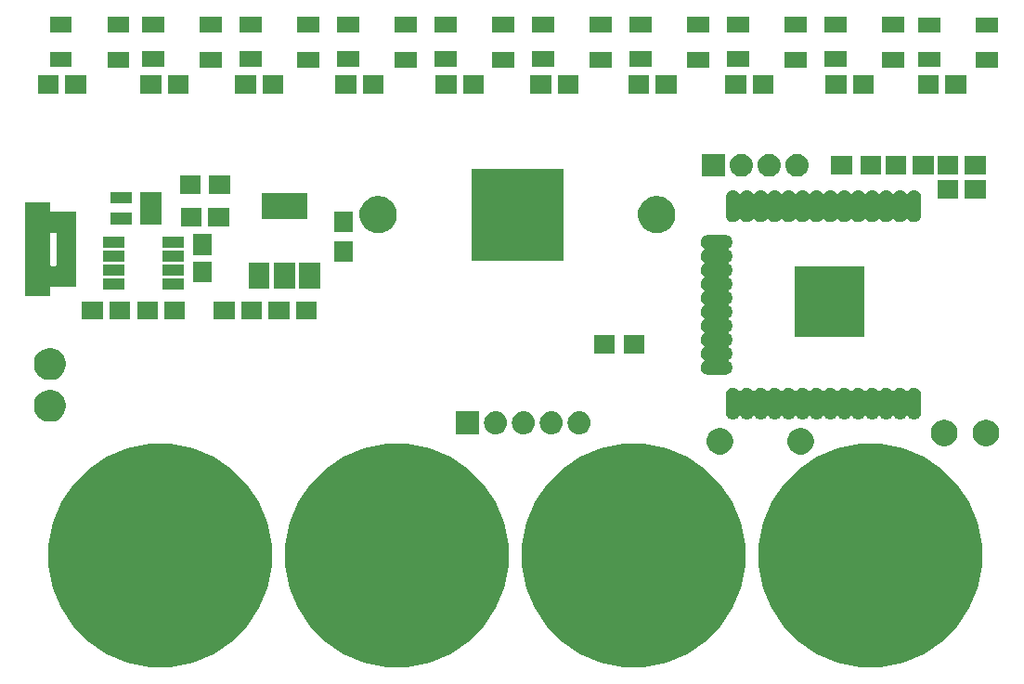
<source format=gbr>
G04 #@! TF.GenerationSoftware,KiCad,Pcbnew,5.0.1*
G04 #@! TF.CreationDate,2019-01-19T07:31:33-06:00*
G04 #@! TF.ProjectId,badge,62616467652E6B696361645F70636200,rev?*
G04 #@! TF.SameCoordinates,Original*
G04 #@! TF.FileFunction,Soldermask,Top*
G04 #@! TF.FilePolarity,Negative*
%FSLAX46Y46*%
G04 Gerber Fmt 4.6, Leading zero omitted, Abs format (unit mm)*
G04 Created by KiCad (PCBNEW 5.0.1) date Sat 19 Jan 2019 07:31:33 AM CST*
%MOMM*%
%LPD*%
G01*
G04 APERTURE LIST*
%ADD10C,0.100000*%
G04 APERTURE END LIST*
D10*
G36*
X161725229Y-132431980D02*
X163581510Y-133200877D01*
X163581512Y-133200878D01*
X165229897Y-134302293D01*
X165252124Y-134317145D01*
X166672855Y-135737876D01*
X167789123Y-137408490D01*
X168558020Y-139264771D01*
X168950000Y-141235386D01*
X168950000Y-143244614D01*
X168558020Y-145215229D01*
X167789123Y-147071510D01*
X166672855Y-148742124D01*
X165252124Y-150162855D01*
X165252121Y-150162857D01*
X163581512Y-151279122D01*
X163581511Y-151279123D01*
X163581510Y-151279123D01*
X161725229Y-152048020D01*
X159754614Y-152440000D01*
X157745386Y-152440000D01*
X155774771Y-152048020D01*
X153918490Y-151279123D01*
X153918489Y-151279123D01*
X153918488Y-151279122D01*
X152247879Y-150162857D01*
X152247876Y-150162855D01*
X150827145Y-148742124D01*
X149710877Y-147071510D01*
X148941980Y-145215229D01*
X148550000Y-143244614D01*
X148550000Y-141235386D01*
X148941980Y-139264771D01*
X149710877Y-137408490D01*
X150827145Y-135737876D01*
X152247876Y-134317145D01*
X152270103Y-134302293D01*
X153918488Y-133200878D01*
X153918490Y-133200877D01*
X155774771Y-132431980D01*
X157745386Y-132040000D01*
X159754614Y-132040000D01*
X161725229Y-132431980D01*
X161725229Y-132431980D01*
G37*
G36*
X140135229Y-132431980D02*
X141991510Y-133200877D01*
X141991512Y-133200878D01*
X143639897Y-134302293D01*
X143662124Y-134317145D01*
X145082855Y-135737876D01*
X146199123Y-137408490D01*
X146968020Y-139264771D01*
X147360000Y-141235386D01*
X147360000Y-143244614D01*
X146968020Y-145215229D01*
X146199123Y-147071510D01*
X145082855Y-148742124D01*
X143662124Y-150162855D01*
X143662121Y-150162857D01*
X141991512Y-151279122D01*
X141991511Y-151279123D01*
X141991510Y-151279123D01*
X140135229Y-152048020D01*
X138164614Y-152440000D01*
X136155386Y-152440000D01*
X134184771Y-152048020D01*
X132328490Y-151279123D01*
X132328489Y-151279123D01*
X132328488Y-151279122D01*
X130657879Y-150162857D01*
X130657876Y-150162855D01*
X129237145Y-148742124D01*
X128120877Y-147071510D01*
X127351980Y-145215229D01*
X126960000Y-143244614D01*
X126960000Y-141235386D01*
X127351980Y-139264771D01*
X128120877Y-137408490D01*
X129237145Y-135737876D01*
X130657876Y-134317145D01*
X130680103Y-134302293D01*
X132328488Y-133200878D01*
X132328490Y-133200877D01*
X134184771Y-132431980D01*
X136155386Y-132040000D01*
X138164614Y-132040000D01*
X140135229Y-132431980D01*
X140135229Y-132431980D01*
G37*
G36*
X96955229Y-132431980D02*
X98811510Y-133200877D01*
X98811512Y-133200878D01*
X100459897Y-134302293D01*
X100482124Y-134317145D01*
X101902855Y-135737876D01*
X103019123Y-137408490D01*
X103788020Y-139264771D01*
X104180000Y-141235386D01*
X104180000Y-143244614D01*
X103788020Y-145215229D01*
X103019123Y-147071510D01*
X101902855Y-148742124D01*
X100482124Y-150162855D01*
X100482121Y-150162857D01*
X98811512Y-151279122D01*
X98811511Y-151279123D01*
X98811510Y-151279123D01*
X96955229Y-152048020D01*
X94984614Y-152440000D01*
X92975386Y-152440000D01*
X91004771Y-152048020D01*
X89148490Y-151279123D01*
X89148489Y-151279123D01*
X89148488Y-151279122D01*
X87477879Y-150162857D01*
X87477876Y-150162855D01*
X86057145Y-148742124D01*
X84940877Y-147071510D01*
X84171980Y-145215229D01*
X83780000Y-143244614D01*
X83780000Y-141235386D01*
X84171980Y-139264771D01*
X84940877Y-137408490D01*
X86057145Y-135737876D01*
X87477876Y-134317145D01*
X87500103Y-134302293D01*
X89148488Y-133200878D01*
X89148490Y-133200877D01*
X91004771Y-132431980D01*
X92975386Y-132040000D01*
X94984614Y-132040000D01*
X96955229Y-132431980D01*
X96955229Y-132431980D01*
G37*
G36*
X118545229Y-132431980D02*
X120401510Y-133200877D01*
X120401512Y-133200878D01*
X122049897Y-134302293D01*
X122072124Y-134317145D01*
X123492855Y-135737876D01*
X124609123Y-137408490D01*
X125378020Y-139264771D01*
X125770000Y-141235386D01*
X125770000Y-143244614D01*
X125378020Y-145215229D01*
X124609123Y-147071510D01*
X123492855Y-148742124D01*
X122072124Y-150162855D01*
X122072121Y-150162857D01*
X120401512Y-151279122D01*
X120401511Y-151279123D01*
X120401510Y-151279123D01*
X118545229Y-152048020D01*
X116574614Y-152440000D01*
X114565386Y-152440000D01*
X112594771Y-152048020D01*
X110738490Y-151279123D01*
X110738489Y-151279123D01*
X110738488Y-151279122D01*
X109067879Y-150162857D01*
X109067876Y-150162855D01*
X107647145Y-148742124D01*
X106530877Y-147071510D01*
X105761980Y-145215229D01*
X105370000Y-143244614D01*
X105370000Y-141235386D01*
X105761980Y-139264771D01*
X106530877Y-137408490D01*
X107647145Y-135737876D01*
X109067876Y-134317145D01*
X109090103Y-134302293D01*
X110738488Y-133200878D01*
X110738490Y-133200877D01*
X112594771Y-132431980D01*
X114565386Y-132040000D01*
X116574614Y-132040000D01*
X118545229Y-132431980D01*
X118545229Y-132431980D01*
G37*
G36*
X152750026Y-130672115D02*
X152968412Y-130762573D01*
X153164958Y-130893901D01*
X153332099Y-131061042D01*
X153463427Y-131257588D01*
X153553885Y-131475974D01*
X153600000Y-131707809D01*
X153600000Y-131944191D01*
X153553885Y-132176026D01*
X153463427Y-132394412D01*
X153332099Y-132590958D01*
X153164958Y-132758099D01*
X152968412Y-132889427D01*
X152750026Y-132979885D01*
X152518191Y-133026000D01*
X152281809Y-133026000D01*
X152049974Y-132979885D01*
X151831588Y-132889427D01*
X151635042Y-132758099D01*
X151467901Y-132590958D01*
X151336573Y-132394412D01*
X151246115Y-132176026D01*
X151200000Y-131944191D01*
X151200000Y-131707809D01*
X151246115Y-131475974D01*
X151336573Y-131257588D01*
X151467901Y-131061042D01*
X151635042Y-130893901D01*
X151831588Y-130762573D01*
X152049974Y-130672115D01*
X152281809Y-130626000D01*
X152518191Y-130626000D01*
X152750026Y-130672115D01*
X152750026Y-130672115D01*
G37*
G36*
X145384026Y-130672115D02*
X145602412Y-130762573D01*
X145798958Y-130893901D01*
X145966099Y-131061042D01*
X146097427Y-131257588D01*
X146187885Y-131475974D01*
X146234000Y-131707809D01*
X146234000Y-131944191D01*
X146187885Y-132176026D01*
X146097427Y-132394412D01*
X145966099Y-132590958D01*
X145798958Y-132758099D01*
X145602412Y-132889427D01*
X145384026Y-132979885D01*
X145152191Y-133026000D01*
X144915809Y-133026000D01*
X144683974Y-132979885D01*
X144465588Y-132889427D01*
X144269042Y-132758099D01*
X144101901Y-132590958D01*
X143970573Y-132394412D01*
X143880115Y-132176026D01*
X143834000Y-131944191D01*
X143834000Y-131707809D01*
X143880115Y-131475974D01*
X143970573Y-131257588D01*
X144101901Y-131061042D01*
X144269042Y-130893901D01*
X144465588Y-130762573D01*
X144683974Y-130672115D01*
X144915809Y-130626000D01*
X145152191Y-130626000D01*
X145384026Y-130672115D01*
X145384026Y-130672115D01*
G37*
G36*
X165831026Y-129910115D02*
X166049412Y-130000573D01*
X166245958Y-130131901D01*
X166413099Y-130299042D01*
X166544427Y-130495588D01*
X166634885Y-130713974D01*
X166681000Y-130945809D01*
X166681000Y-131182191D01*
X166634885Y-131414026D01*
X166544427Y-131632412D01*
X166413099Y-131828958D01*
X166245958Y-131996099D01*
X166049412Y-132127427D01*
X165831026Y-132217885D01*
X165599191Y-132264000D01*
X165362809Y-132264000D01*
X165130974Y-132217885D01*
X164912588Y-132127427D01*
X164716042Y-131996099D01*
X164548901Y-131828958D01*
X164417573Y-131632412D01*
X164327115Y-131414026D01*
X164281000Y-131182191D01*
X164281000Y-130945809D01*
X164327115Y-130713974D01*
X164417573Y-130495588D01*
X164548901Y-130299042D01*
X164716042Y-130131901D01*
X164912588Y-130000573D01*
X165130974Y-129910115D01*
X165362809Y-129864000D01*
X165599191Y-129864000D01*
X165831026Y-129910115D01*
X165831026Y-129910115D01*
G37*
G36*
X169641026Y-129910115D02*
X169859412Y-130000573D01*
X170055958Y-130131901D01*
X170223099Y-130299042D01*
X170354427Y-130495588D01*
X170444885Y-130713974D01*
X170491000Y-130945809D01*
X170491000Y-131182191D01*
X170444885Y-131414026D01*
X170354427Y-131632412D01*
X170223099Y-131828958D01*
X170055958Y-131996099D01*
X169859412Y-132127427D01*
X169641026Y-132217885D01*
X169409191Y-132264000D01*
X169172809Y-132264000D01*
X168940974Y-132217885D01*
X168722588Y-132127427D01*
X168526042Y-131996099D01*
X168358901Y-131828958D01*
X168227573Y-131632412D01*
X168137115Y-131414026D01*
X168091000Y-131182191D01*
X168091000Y-130945809D01*
X168137115Y-130713974D01*
X168227573Y-130495588D01*
X168358901Y-130299042D01*
X168526042Y-130131901D01*
X168722588Y-130000573D01*
X168940974Y-129910115D01*
X169172809Y-129864000D01*
X169409191Y-129864000D01*
X169641026Y-129910115D01*
X169641026Y-129910115D01*
G37*
G36*
X123080000Y-131197000D02*
X120980000Y-131197000D01*
X120980000Y-129097000D01*
X123080000Y-129097000D01*
X123080000Y-131197000D01*
X123080000Y-131197000D01*
G37*
G36*
X124698707Y-129104596D02*
X124775836Y-129112193D01*
X124907787Y-129152220D01*
X124973763Y-129172233D01*
X125156172Y-129269733D01*
X125316054Y-129400946D01*
X125447267Y-129560828D01*
X125544767Y-129743237D01*
X125544767Y-129743238D01*
X125604807Y-129941164D01*
X125625080Y-130147000D01*
X125604807Y-130352836D01*
X125564780Y-130484787D01*
X125544767Y-130550763D01*
X125447267Y-130733172D01*
X125316054Y-130893054D01*
X125156172Y-131024267D01*
X124973763Y-131121767D01*
X124907787Y-131141780D01*
X124775836Y-131181807D01*
X124698707Y-131189404D01*
X124621580Y-131197000D01*
X124518420Y-131197000D01*
X124441293Y-131189404D01*
X124364164Y-131181807D01*
X124232213Y-131141780D01*
X124166237Y-131121767D01*
X123983828Y-131024267D01*
X123823946Y-130893054D01*
X123692733Y-130733172D01*
X123595233Y-130550763D01*
X123575220Y-130484787D01*
X123535193Y-130352836D01*
X123514920Y-130147000D01*
X123535193Y-129941164D01*
X123595233Y-129743238D01*
X123595233Y-129743237D01*
X123692733Y-129560828D01*
X123823946Y-129400946D01*
X123983828Y-129269733D01*
X124166237Y-129172233D01*
X124232213Y-129152220D01*
X124364164Y-129112193D01*
X124441293Y-129104596D01*
X124518420Y-129097000D01*
X124621580Y-129097000D01*
X124698707Y-129104596D01*
X124698707Y-129104596D01*
G37*
G36*
X127238707Y-129104596D02*
X127315836Y-129112193D01*
X127447787Y-129152220D01*
X127513763Y-129172233D01*
X127696172Y-129269733D01*
X127856054Y-129400946D01*
X127987267Y-129560828D01*
X128084767Y-129743237D01*
X128084767Y-129743238D01*
X128144807Y-129941164D01*
X128165080Y-130147000D01*
X128144807Y-130352836D01*
X128104780Y-130484787D01*
X128084767Y-130550763D01*
X127987267Y-130733172D01*
X127856054Y-130893054D01*
X127696172Y-131024267D01*
X127513763Y-131121767D01*
X127447787Y-131141780D01*
X127315836Y-131181807D01*
X127238707Y-131189404D01*
X127161580Y-131197000D01*
X127058420Y-131197000D01*
X126981293Y-131189404D01*
X126904164Y-131181807D01*
X126772213Y-131141780D01*
X126706237Y-131121767D01*
X126523828Y-131024267D01*
X126363946Y-130893054D01*
X126232733Y-130733172D01*
X126135233Y-130550763D01*
X126115220Y-130484787D01*
X126075193Y-130352836D01*
X126054920Y-130147000D01*
X126075193Y-129941164D01*
X126135233Y-129743238D01*
X126135233Y-129743237D01*
X126232733Y-129560828D01*
X126363946Y-129400946D01*
X126523828Y-129269733D01*
X126706237Y-129172233D01*
X126772213Y-129152220D01*
X126904164Y-129112193D01*
X126981293Y-129104596D01*
X127058420Y-129097000D01*
X127161580Y-129097000D01*
X127238707Y-129104596D01*
X127238707Y-129104596D01*
G37*
G36*
X129778707Y-129104596D02*
X129855836Y-129112193D01*
X129987787Y-129152220D01*
X130053763Y-129172233D01*
X130236172Y-129269733D01*
X130396054Y-129400946D01*
X130527267Y-129560828D01*
X130624767Y-129743237D01*
X130624767Y-129743238D01*
X130684807Y-129941164D01*
X130705080Y-130147000D01*
X130684807Y-130352836D01*
X130644780Y-130484787D01*
X130624767Y-130550763D01*
X130527267Y-130733172D01*
X130396054Y-130893054D01*
X130236172Y-131024267D01*
X130053763Y-131121767D01*
X129987787Y-131141780D01*
X129855836Y-131181807D01*
X129778707Y-131189404D01*
X129701580Y-131197000D01*
X129598420Y-131197000D01*
X129521293Y-131189404D01*
X129444164Y-131181807D01*
X129312213Y-131141780D01*
X129246237Y-131121767D01*
X129063828Y-131024267D01*
X128903946Y-130893054D01*
X128772733Y-130733172D01*
X128675233Y-130550763D01*
X128655220Y-130484787D01*
X128615193Y-130352836D01*
X128594920Y-130147000D01*
X128615193Y-129941164D01*
X128675233Y-129743238D01*
X128675233Y-129743237D01*
X128772733Y-129560828D01*
X128903946Y-129400946D01*
X129063828Y-129269733D01*
X129246237Y-129172233D01*
X129312213Y-129152220D01*
X129444164Y-129112193D01*
X129521293Y-129104596D01*
X129598420Y-129097000D01*
X129701580Y-129097000D01*
X129778707Y-129104596D01*
X129778707Y-129104596D01*
G37*
G36*
X132318707Y-129104596D02*
X132395836Y-129112193D01*
X132527787Y-129152220D01*
X132593763Y-129172233D01*
X132776172Y-129269733D01*
X132936054Y-129400946D01*
X133067267Y-129560828D01*
X133164767Y-129743237D01*
X133164767Y-129743238D01*
X133224807Y-129941164D01*
X133245080Y-130147000D01*
X133224807Y-130352836D01*
X133184780Y-130484787D01*
X133164767Y-130550763D01*
X133067267Y-130733172D01*
X132936054Y-130893054D01*
X132776172Y-131024267D01*
X132593763Y-131121767D01*
X132527787Y-131141780D01*
X132395836Y-131181807D01*
X132318707Y-131189404D01*
X132241580Y-131197000D01*
X132138420Y-131197000D01*
X132061293Y-131189404D01*
X131984164Y-131181807D01*
X131852213Y-131141780D01*
X131786237Y-131121767D01*
X131603828Y-131024267D01*
X131443946Y-130893054D01*
X131312733Y-130733172D01*
X131215233Y-130550763D01*
X131195220Y-130484787D01*
X131155193Y-130352836D01*
X131134920Y-130147000D01*
X131155193Y-129941164D01*
X131215233Y-129743238D01*
X131215233Y-129743237D01*
X131312733Y-129560828D01*
X131443946Y-129400946D01*
X131603828Y-129269733D01*
X131786237Y-129172233D01*
X131852213Y-129152220D01*
X131984164Y-129112193D01*
X132061293Y-129104596D01*
X132138420Y-129097000D01*
X132241580Y-129097000D01*
X132318707Y-129104596D01*
X132318707Y-129104596D01*
G37*
G36*
X84342855Y-127213030D02*
X84606680Y-127322310D01*
X84844120Y-127480962D01*
X85046038Y-127682880D01*
X85204690Y-127920320D01*
X85313970Y-128184145D01*
X85369680Y-128464218D01*
X85369680Y-128749782D01*
X85313970Y-129029855D01*
X85204690Y-129293680D01*
X85046038Y-129531120D01*
X84844120Y-129733038D01*
X84606680Y-129891690D01*
X84342855Y-130000970D01*
X84062782Y-130056680D01*
X83777218Y-130056680D01*
X83497145Y-130000970D01*
X83233320Y-129891690D01*
X82995880Y-129733038D01*
X82793962Y-129531120D01*
X82635310Y-129293680D01*
X82526030Y-129029855D01*
X82470320Y-128749782D01*
X82470320Y-128464218D01*
X82526030Y-128184145D01*
X82635310Y-127920320D01*
X82793962Y-127682880D01*
X82995880Y-127480962D01*
X83233320Y-127322310D01*
X83497145Y-127213030D01*
X83777218Y-127157320D01*
X84062782Y-127157320D01*
X84342855Y-127213030D01*
X84342855Y-127213030D01*
G37*
G36*
X162845997Y-126938280D02*
X162857422Y-126939405D01*
X162918684Y-126957989D01*
X162979947Y-126976573D01*
X163044777Y-127011225D01*
X163092864Y-127036928D01*
X163092865Y-127036929D01*
X163092867Y-127036930D01*
X163191843Y-127118157D01*
X163273070Y-127217132D01*
X163333427Y-127330052D01*
X163370595Y-127452578D01*
X163380000Y-127548068D01*
X163380000Y-129211932D01*
X163370595Y-129307422D01*
X163333427Y-129429948D01*
X163273070Y-129542868D01*
X163191843Y-129641843D01*
X163092868Y-129723070D01*
X162979948Y-129783427D01*
X162918685Y-129802011D01*
X162857423Y-129820595D01*
X162845998Y-129821720D01*
X162730000Y-129833145D01*
X162614003Y-129821720D01*
X162602578Y-129820595D01*
X162541316Y-129802011D01*
X162480053Y-129783427D01*
X162367133Y-129723070D01*
X162268158Y-129641843D01*
X162191618Y-129548579D01*
X162174301Y-129531262D01*
X162153926Y-129517648D01*
X162131287Y-129508271D01*
X162107254Y-129503490D01*
X162082750Y-129503490D01*
X162058716Y-129508270D01*
X162036077Y-129517648D01*
X162015702Y-129531261D01*
X161998375Y-129548589D01*
X161921846Y-129641840D01*
X161921844Y-129641841D01*
X161921843Y-129641843D01*
X161822868Y-129723070D01*
X161709948Y-129783427D01*
X161648685Y-129802011D01*
X161587423Y-129820595D01*
X161575998Y-129821720D01*
X161460000Y-129833145D01*
X161344003Y-129821720D01*
X161332578Y-129820595D01*
X161271316Y-129802011D01*
X161210053Y-129783427D01*
X161097133Y-129723070D01*
X160998158Y-129641843D01*
X160921618Y-129548579D01*
X160904301Y-129531262D01*
X160883926Y-129517648D01*
X160861287Y-129508271D01*
X160837254Y-129503490D01*
X160812750Y-129503490D01*
X160788716Y-129508270D01*
X160766077Y-129517648D01*
X160745702Y-129531261D01*
X160728375Y-129548589D01*
X160651846Y-129641840D01*
X160651844Y-129641841D01*
X160651843Y-129641843D01*
X160552868Y-129723070D01*
X160439948Y-129783427D01*
X160378685Y-129802011D01*
X160317423Y-129820595D01*
X160305998Y-129821720D01*
X160190000Y-129833145D01*
X160074003Y-129821720D01*
X160062578Y-129820595D01*
X160001316Y-129802011D01*
X159940053Y-129783427D01*
X159827133Y-129723070D01*
X159728158Y-129641843D01*
X159651618Y-129548579D01*
X159634301Y-129531262D01*
X159613926Y-129517648D01*
X159591287Y-129508271D01*
X159567254Y-129503490D01*
X159542750Y-129503490D01*
X159518716Y-129508270D01*
X159496077Y-129517648D01*
X159475702Y-129531261D01*
X159458375Y-129548589D01*
X159381846Y-129641840D01*
X159381844Y-129641841D01*
X159381843Y-129641843D01*
X159282868Y-129723070D01*
X159169948Y-129783427D01*
X159108685Y-129802011D01*
X159047423Y-129820595D01*
X159035998Y-129821720D01*
X158920000Y-129833145D01*
X158804003Y-129821720D01*
X158792578Y-129820595D01*
X158731316Y-129802011D01*
X158670053Y-129783427D01*
X158557133Y-129723070D01*
X158458158Y-129641843D01*
X158381618Y-129548579D01*
X158364301Y-129531262D01*
X158343926Y-129517648D01*
X158321287Y-129508271D01*
X158297254Y-129503490D01*
X158272750Y-129503490D01*
X158248716Y-129508270D01*
X158226077Y-129517648D01*
X158205702Y-129531261D01*
X158188375Y-129548589D01*
X158111846Y-129641840D01*
X158111844Y-129641841D01*
X158111843Y-129641843D01*
X158012868Y-129723070D01*
X157899948Y-129783427D01*
X157838685Y-129802011D01*
X157777423Y-129820595D01*
X157765998Y-129821720D01*
X157650000Y-129833145D01*
X157534003Y-129821720D01*
X157522578Y-129820595D01*
X157461316Y-129802011D01*
X157400053Y-129783427D01*
X157287133Y-129723070D01*
X157188158Y-129641843D01*
X157111618Y-129548579D01*
X157094301Y-129531262D01*
X157073926Y-129517648D01*
X157051287Y-129508271D01*
X157027254Y-129503490D01*
X157002750Y-129503490D01*
X156978716Y-129508270D01*
X156956077Y-129517648D01*
X156935702Y-129531261D01*
X156918375Y-129548589D01*
X156841846Y-129641840D01*
X156841844Y-129641841D01*
X156841843Y-129641843D01*
X156742868Y-129723070D01*
X156629948Y-129783427D01*
X156568685Y-129802011D01*
X156507423Y-129820595D01*
X156495998Y-129821720D01*
X156380000Y-129833145D01*
X156264003Y-129821720D01*
X156252578Y-129820595D01*
X156191316Y-129802011D01*
X156130053Y-129783427D01*
X156017133Y-129723070D01*
X155918158Y-129641843D01*
X155841618Y-129548579D01*
X155824301Y-129531262D01*
X155803926Y-129517648D01*
X155781287Y-129508271D01*
X155757254Y-129503490D01*
X155732750Y-129503490D01*
X155708716Y-129508270D01*
X155686077Y-129517648D01*
X155665702Y-129531261D01*
X155648375Y-129548589D01*
X155571846Y-129641840D01*
X155571844Y-129641841D01*
X155571843Y-129641843D01*
X155472868Y-129723070D01*
X155359948Y-129783427D01*
X155298685Y-129802011D01*
X155237423Y-129820595D01*
X155225998Y-129821720D01*
X155110000Y-129833145D01*
X154994003Y-129821720D01*
X154982578Y-129820595D01*
X154921316Y-129802011D01*
X154860053Y-129783427D01*
X154747133Y-129723070D01*
X154648158Y-129641843D01*
X154571618Y-129548579D01*
X154554301Y-129531262D01*
X154533926Y-129517648D01*
X154511287Y-129508271D01*
X154487254Y-129503490D01*
X154462750Y-129503490D01*
X154438716Y-129508270D01*
X154416077Y-129517648D01*
X154395702Y-129531261D01*
X154378375Y-129548589D01*
X154301846Y-129641840D01*
X154301844Y-129641841D01*
X154301843Y-129641843D01*
X154202868Y-129723070D01*
X154089948Y-129783427D01*
X154028685Y-129802011D01*
X153967423Y-129820595D01*
X153955998Y-129821720D01*
X153840000Y-129833145D01*
X153724003Y-129821720D01*
X153712578Y-129820595D01*
X153651316Y-129802011D01*
X153590053Y-129783427D01*
X153477133Y-129723070D01*
X153378158Y-129641843D01*
X153301618Y-129548579D01*
X153284301Y-129531262D01*
X153263926Y-129517648D01*
X153241287Y-129508271D01*
X153217254Y-129503490D01*
X153192750Y-129503490D01*
X153168716Y-129508270D01*
X153146077Y-129517648D01*
X153125702Y-129531261D01*
X153108375Y-129548589D01*
X153031846Y-129641840D01*
X153031844Y-129641841D01*
X153031843Y-129641843D01*
X152932868Y-129723070D01*
X152819948Y-129783427D01*
X152758685Y-129802011D01*
X152697423Y-129820595D01*
X152685998Y-129821720D01*
X152570000Y-129833145D01*
X152454003Y-129821720D01*
X152442578Y-129820595D01*
X152381316Y-129802011D01*
X152320053Y-129783427D01*
X152207133Y-129723070D01*
X152108158Y-129641843D01*
X152031618Y-129548579D01*
X152014301Y-129531262D01*
X151993926Y-129517648D01*
X151971287Y-129508271D01*
X151947254Y-129503490D01*
X151922750Y-129503490D01*
X151898716Y-129508270D01*
X151876077Y-129517648D01*
X151855702Y-129531261D01*
X151838375Y-129548589D01*
X151761846Y-129641840D01*
X151761844Y-129641841D01*
X151761843Y-129641843D01*
X151662868Y-129723070D01*
X151549948Y-129783427D01*
X151488685Y-129802011D01*
X151427423Y-129820595D01*
X151415998Y-129821720D01*
X151300000Y-129833145D01*
X151184003Y-129821720D01*
X151172578Y-129820595D01*
X151111316Y-129802011D01*
X151050053Y-129783427D01*
X150937133Y-129723070D01*
X150838158Y-129641843D01*
X150761618Y-129548579D01*
X150744301Y-129531262D01*
X150723926Y-129517648D01*
X150701287Y-129508271D01*
X150677254Y-129503490D01*
X150652750Y-129503490D01*
X150628716Y-129508270D01*
X150606077Y-129517648D01*
X150585702Y-129531261D01*
X150568375Y-129548589D01*
X150491846Y-129641840D01*
X150491844Y-129641841D01*
X150491843Y-129641843D01*
X150392868Y-129723070D01*
X150279948Y-129783427D01*
X150218685Y-129802011D01*
X150157423Y-129820595D01*
X150145998Y-129821720D01*
X150030000Y-129833145D01*
X149914003Y-129821720D01*
X149902578Y-129820595D01*
X149841316Y-129802011D01*
X149780053Y-129783427D01*
X149667133Y-129723070D01*
X149568158Y-129641843D01*
X149491618Y-129548579D01*
X149474301Y-129531262D01*
X149453926Y-129517648D01*
X149431287Y-129508271D01*
X149407254Y-129503490D01*
X149382750Y-129503490D01*
X149358716Y-129508270D01*
X149336077Y-129517648D01*
X149315702Y-129531261D01*
X149298375Y-129548589D01*
X149221846Y-129641840D01*
X149221844Y-129641841D01*
X149221843Y-129641843D01*
X149122868Y-129723070D01*
X149009948Y-129783427D01*
X148948685Y-129802011D01*
X148887423Y-129820595D01*
X148875998Y-129821720D01*
X148760000Y-129833145D01*
X148644003Y-129821720D01*
X148632578Y-129820595D01*
X148571316Y-129802011D01*
X148510053Y-129783427D01*
X148397133Y-129723070D01*
X148298158Y-129641843D01*
X148221618Y-129548579D01*
X148204301Y-129531262D01*
X148183926Y-129517648D01*
X148161287Y-129508271D01*
X148137254Y-129503490D01*
X148112750Y-129503490D01*
X148088716Y-129508270D01*
X148066077Y-129517648D01*
X148045702Y-129531261D01*
X148028375Y-129548589D01*
X147951846Y-129641840D01*
X147951844Y-129641841D01*
X147951843Y-129641843D01*
X147852868Y-129723070D01*
X147739948Y-129783427D01*
X147678685Y-129802011D01*
X147617423Y-129820595D01*
X147605998Y-129821720D01*
X147490000Y-129833145D01*
X147374003Y-129821720D01*
X147362578Y-129820595D01*
X147301316Y-129802011D01*
X147240053Y-129783427D01*
X147127133Y-129723070D01*
X147028158Y-129641843D01*
X146951618Y-129548579D01*
X146934301Y-129531262D01*
X146913926Y-129517648D01*
X146891287Y-129508271D01*
X146867254Y-129503490D01*
X146842750Y-129503490D01*
X146818716Y-129508270D01*
X146796077Y-129517648D01*
X146775702Y-129531261D01*
X146758375Y-129548589D01*
X146681846Y-129641840D01*
X146681844Y-129641841D01*
X146681843Y-129641843D01*
X146582868Y-129723070D01*
X146469948Y-129783427D01*
X146408685Y-129802011D01*
X146347423Y-129820595D01*
X146335998Y-129821720D01*
X146220000Y-129833145D01*
X146104003Y-129821720D01*
X146092578Y-129820595D01*
X146031316Y-129802011D01*
X145970053Y-129783427D01*
X145857133Y-129723070D01*
X145758158Y-129641843D01*
X145676931Y-129542868D01*
X145616574Y-129429948D01*
X145579406Y-129307422D01*
X145570001Y-129211932D01*
X145570000Y-127548069D01*
X145579405Y-127452579D01*
X145579406Y-127452577D01*
X145616573Y-127330054D01*
X145616573Y-127330053D01*
X145651225Y-127265223D01*
X145676928Y-127217136D01*
X145676931Y-127217132D01*
X145758157Y-127118157D01*
X145857132Y-127036930D01*
X145970052Y-126976573D01*
X146031315Y-126957989D01*
X146092577Y-126939405D01*
X146104002Y-126938280D01*
X146220000Y-126926855D01*
X146335997Y-126938280D01*
X146347422Y-126939405D01*
X146408684Y-126957989D01*
X146469947Y-126976573D01*
X146534777Y-127011225D01*
X146582864Y-127036928D01*
X146582865Y-127036929D01*
X146582867Y-127036930D01*
X146681843Y-127118157D01*
X146758383Y-127211421D01*
X146775700Y-127228738D01*
X146796075Y-127242352D01*
X146818714Y-127251729D01*
X146842747Y-127256510D01*
X146867251Y-127256510D01*
X146891285Y-127251730D01*
X146913924Y-127242352D01*
X146934299Y-127228739D01*
X146951621Y-127211417D01*
X147028157Y-127118157D01*
X147127132Y-127036930D01*
X147240052Y-126976573D01*
X147301315Y-126957989D01*
X147362577Y-126939405D01*
X147374002Y-126938280D01*
X147490000Y-126926855D01*
X147605997Y-126938280D01*
X147617422Y-126939405D01*
X147678684Y-126957989D01*
X147739947Y-126976573D01*
X147804777Y-127011225D01*
X147852864Y-127036928D01*
X147852865Y-127036929D01*
X147852867Y-127036930D01*
X147951843Y-127118157D01*
X148028383Y-127211421D01*
X148045700Y-127228738D01*
X148066075Y-127242352D01*
X148088714Y-127251729D01*
X148112747Y-127256510D01*
X148137251Y-127256510D01*
X148161285Y-127251730D01*
X148183924Y-127242352D01*
X148204299Y-127228739D01*
X148221621Y-127211417D01*
X148298157Y-127118157D01*
X148397132Y-127036930D01*
X148510052Y-126976573D01*
X148571315Y-126957989D01*
X148632577Y-126939405D01*
X148644002Y-126938280D01*
X148760000Y-126926855D01*
X148875997Y-126938280D01*
X148887422Y-126939405D01*
X148948684Y-126957989D01*
X149009947Y-126976573D01*
X149074777Y-127011225D01*
X149122864Y-127036928D01*
X149122865Y-127036929D01*
X149122867Y-127036930D01*
X149221843Y-127118157D01*
X149298383Y-127211421D01*
X149315700Y-127228738D01*
X149336075Y-127242352D01*
X149358714Y-127251729D01*
X149382747Y-127256510D01*
X149407251Y-127256510D01*
X149431285Y-127251730D01*
X149453924Y-127242352D01*
X149474299Y-127228739D01*
X149491621Y-127211417D01*
X149568157Y-127118157D01*
X149667132Y-127036930D01*
X149780052Y-126976573D01*
X149841315Y-126957989D01*
X149902577Y-126939405D01*
X149914002Y-126938280D01*
X150030000Y-126926855D01*
X150145997Y-126938280D01*
X150157422Y-126939405D01*
X150218684Y-126957989D01*
X150279947Y-126976573D01*
X150344777Y-127011225D01*
X150392864Y-127036928D01*
X150392865Y-127036929D01*
X150392867Y-127036930D01*
X150491843Y-127118157D01*
X150568383Y-127211421D01*
X150585700Y-127228738D01*
X150606075Y-127242352D01*
X150628714Y-127251729D01*
X150652747Y-127256510D01*
X150677251Y-127256510D01*
X150701285Y-127251730D01*
X150723924Y-127242352D01*
X150744299Y-127228739D01*
X150761621Y-127211417D01*
X150838157Y-127118157D01*
X150937132Y-127036930D01*
X151050052Y-126976573D01*
X151111315Y-126957989D01*
X151172577Y-126939405D01*
X151184002Y-126938280D01*
X151300000Y-126926855D01*
X151415997Y-126938280D01*
X151427422Y-126939405D01*
X151488684Y-126957989D01*
X151549947Y-126976573D01*
X151614777Y-127011225D01*
X151662864Y-127036928D01*
X151662865Y-127036929D01*
X151662867Y-127036930D01*
X151761843Y-127118157D01*
X151838383Y-127211421D01*
X151855700Y-127228738D01*
X151876075Y-127242352D01*
X151898714Y-127251729D01*
X151922747Y-127256510D01*
X151947251Y-127256510D01*
X151971285Y-127251730D01*
X151993924Y-127242352D01*
X152014299Y-127228739D01*
X152031621Y-127211417D01*
X152108157Y-127118157D01*
X152207132Y-127036930D01*
X152320052Y-126976573D01*
X152381315Y-126957989D01*
X152442577Y-126939405D01*
X152454002Y-126938280D01*
X152570000Y-126926855D01*
X152685997Y-126938280D01*
X152697422Y-126939405D01*
X152758684Y-126957989D01*
X152819947Y-126976573D01*
X152884777Y-127011225D01*
X152932864Y-127036928D01*
X152932865Y-127036929D01*
X152932867Y-127036930D01*
X153031843Y-127118157D01*
X153108383Y-127211421D01*
X153125700Y-127228738D01*
X153146075Y-127242352D01*
X153168714Y-127251729D01*
X153192747Y-127256510D01*
X153217251Y-127256510D01*
X153241285Y-127251730D01*
X153263924Y-127242352D01*
X153284299Y-127228739D01*
X153301621Y-127211417D01*
X153378157Y-127118157D01*
X153477132Y-127036930D01*
X153590052Y-126976573D01*
X153651315Y-126957989D01*
X153712577Y-126939405D01*
X153724002Y-126938280D01*
X153840000Y-126926855D01*
X153955997Y-126938280D01*
X153967422Y-126939405D01*
X154028684Y-126957989D01*
X154089947Y-126976573D01*
X154154777Y-127011225D01*
X154202864Y-127036928D01*
X154202865Y-127036929D01*
X154202867Y-127036930D01*
X154301843Y-127118157D01*
X154378383Y-127211421D01*
X154395700Y-127228738D01*
X154416075Y-127242352D01*
X154438714Y-127251729D01*
X154462747Y-127256510D01*
X154487251Y-127256510D01*
X154511285Y-127251730D01*
X154533924Y-127242352D01*
X154554299Y-127228739D01*
X154571621Y-127211417D01*
X154648157Y-127118157D01*
X154747132Y-127036930D01*
X154860052Y-126976573D01*
X154921315Y-126957989D01*
X154982577Y-126939405D01*
X154994002Y-126938280D01*
X155110000Y-126926855D01*
X155225997Y-126938280D01*
X155237422Y-126939405D01*
X155298684Y-126957989D01*
X155359947Y-126976573D01*
X155424777Y-127011225D01*
X155472864Y-127036928D01*
X155472865Y-127036929D01*
X155472867Y-127036930D01*
X155571843Y-127118157D01*
X155648383Y-127211421D01*
X155665700Y-127228738D01*
X155686075Y-127242352D01*
X155708714Y-127251729D01*
X155732747Y-127256510D01*
X155757251Y-127256510D01*
X155781285Y-127251730D01*
X155803924Y-127242352D01*
X155824299Y-127228739D01*
X155841621Y-127211417D01*
X155918157Y-127118157D01*
X156017132Y-127036930D01*
X156130052Y-126976573D01*
X156191315Y-126957989D01*
X156252577Y-126939405D01*
X156264002Y-126938280D01*
X156380000Y-126926855D01*
X156495997Y-126938280D01*
X156507422Y-126939405D01*
X156568684Y-126957989D01*
X156629947Y-126976573D01*
X156694777Y-127011225D01*
X156742864Y-127036928D01*
X156742865Y-127036929D01*
X156742867Y-127036930D01*
X156841843Y-127118157D01*
X156918383Y-127211421D01*
X156935700Y-127228738D01*
X156956075Y-127242352D01*
X156978714Y-127251729D01*
X157002747Y-127256510D01*
X157027251Y-127256510D01*
X157051285Y-127251730D01*
X157073924Y-127242352D01*
X157094299Y-127228739D01*
X157111621Y-127211417D01*
X157188157Y-127118157D01*
X157287132Y-127036930D01*
X157400052Y-126976573D01*
X157461315Y-126957989D01*
X157522577Y-126939405D01*
X157534002Y-126938280D01*
X157650000Y-126926855D01*
X157765997Y-126938280D01*
X157777422Y-126939405D01*
X157838684Y-126957989D01*
X157899947Y-126976573D01*
X157964777Y-127011225D01*
X158012864Y-127036928D01*
X158012865Y-127036929D01*
X158012867Y-127036930D01*
X158111843Y-127118157D01*
X158188383Y-127211421D01*
X158205700Y-127228738D01*
X158226075Y-127242352D01*
X158248714Y-127251729D01*
X158272747Y-127256510D01*
X158297251Y-127256510D01*
X158321285Y-127251730D01*
X158343924Y-127242352D01*
X158364299Y-127228739D01*
X158381621Y-127211417D01*
X158458157Y-127118157D01*
X158557132Y-127036930D01*
X158670052Y-126976573D01*
X158731315Y-126957989D01*
X158792577Y-126939405D01*
X158804002Y-126938280D01*
X158920000Y-126926855D01*
X159035997Y-126938280D01*
X159047422Y-126939405D01*
X159108684Y-126957989D01*
X159169947Y-126976573D01*
X159234777Y-127011225D01*
X159282864Y-127036928D01*
X159282865Y-127036929D01*
X159282867Y-127036930D01*
X159381843Y-127118157D01*
X159458383Y-127211421D01*
X159475700Y-127228738D01*
X159496075Y-127242352D01*
X159518714Y-127251729D01*
X159542747Y-127256510D01*
X159567251Y-127256510D01*
X159591285Y-127251730D01*
X159613924Y-127242352D01*
X159634299Y-127228739D01*
X159651621Y-127211417D01*
X159728157Y-127118157D01*
X159827132Y-127036930D01*
X159940052Y-126976573D01*
X160001315Y-126957989D01*
X160062577Y-126939405D01*
X160074002Y-126938280D01*
X160190000Y-126926855D01*
X160305997Y-126938280D01*
X160317422Y-126939405D01*
X160378684Y-126957989D01*
X160439947Y-126976573D01*
X160504777Y-127011225D01*
X160552864Y-127036928D01*
X160552865Y-127036929D01*
X160552867Y-127036930D01*
X160651843Y-127118157D01*
X160728383Y-127211421D01*
X160745700Y-127228738D01*
X160766075Y-127242352D01*
X160788714Y-127251729D01*
X160812747Y-127256510D01*
X160837251Y-127256510D01*
X160861285Y-127251730D01*
X160883924Y-127242352D01*
X160904299Y-127228739D01*
X160921621Y-127211417D01*
X160998157Y-127118157D01*
X161097132Y-127036930D01*
X161210052Y-126976573D01*
X161271315Y-126957989D01*
X161332577Y-126939405D01*
X161344002Y-126938280D01*
X161460000Y-126926855D01*
X161575997Y-126938280D01*
X161587422Y-126939405D01*
X161648684Y-126957989D01*
X161709947Y-126976573D01*
X161774777Y-127011225D01*
X161822864Y-127036928D01*
X161822865Y-127036929D01*
X161822867Y-127036930D01*
X161921843Y-127118157D01*
X161998383Y-127211421D01*
X162015700Y-127228738D01*
X162036075Y-127242352D01*
X162058714Y-127251729D01*
X162082747Y-127256510D01*
X162107251Y-127256510D01*
X162131285Y-127251730D01*
X162153924Y-127242352D01*
X162174299Y-127228739D01*
X162191621Y-127211417D01*
X162268157Y-127118157D01*
X162367132Y-127036930D01*
X162480052Y-126976573D01*
X162541315Y-126957989D01*
X162602577Y-126939405D01*
X162614002Y-126938280D01*
X162730000Y-126926855D01*
X162845997Y-126938280D01*
X162845997Y-126938280D01*
G37*
G36*
X84342855Y-123403030D02*
X84606680Y-123512310D01*
X84844120Y-123670962D01*
X85046038Y-123872880D01*
X85204690Y-124110320D01*
X85313970Y-124374145D01*
X85369680Y-124654218D01*
X85369680Y-124939782D01*
X85313970Y-125219855D01*
X85204690Y-125483680D01*
X85046038Y-125721120D01*
X84844120Y-125923038D01*
X84606680Y-126081690D01*
X84342855Y-126190970D01*
X84062782Y-126246680D01*
X83777218Y-126246680D01*
X83497145Y-126190970D01*
X83233320Y-126081690D01*
X82995880Y-125923038D01*
X82793962Y-125721120D01*
X82635310Y-125483680D01*
X82526030Y-125219855D01*
X82470320Y-124939782D01*
X82470320Y-124654218D01*
X82526030Y-124374145D01*
X82635310Y-124110320D01*
X82793962Y-123872880D01*
X82995880Y-123670962D01*
X83233320Y-123512310D01*
X83497145Y-123403030D01*
X83777218Y-123347320D01*
X84062782Y-123347320D01*
X84342855Y-123403030D01*
X84342855Y-123403030D01*
G37*
G36*
X145645486Y-113023229D02*
X145657423Y-113024405D01*
X145718685Y-113042989D01*
X145779948Y-113061573D01*
X145892868Y-113121930D01*
X145991843Y-113203157D01*
X146073070Y-113302132D01*
X146133427Y-113415052D01*
X146170595Y-113537578D01*
X146183145Y-113665000D01*
X146170595Y-113792422D01*
X146133427Y-113914948D01*
X146073070Y-114027868D01*
X145991843Y-114126843D01*
X145991841Y-114126844D01*
X145991840Y-114126846D01*
X145898590Y-114203374D01*
X145881263Y-114220701D01*
X145867649Y-114241075D01*
X145858271Y-114263714D01*
X145853491Y-114287748D01*
X145853491Y-114312252D01*
X145858271Y-114336285D01*
X145867649Y-114358924D01*
X145881263Y-114379299D01*
X145898590Y-114396626D01*
X145991840Y-114473154D01*
X145991841Y-114473156D01*
X145991843Y-114473157D01*
X146073070Y-114572132D01*
X146133427Y-114685052D01*
X146170595Y-114807578D01*
X146183145Y-114935000D01*
X146170595Y-115062422D01*
X146133427Y-115184948D01*
X146073070Y-115297868D01*
X145991843Y-115396843D01*
X145991841Y-115396844D01*
X145991840Y-115396846D01*
X145898590Y-115473374D01*
X145881263Y-115490701D01*
X145867649Y-115511075D01*
X145858271Y-115533714D01*
X145853491Y-115557748D01*
X145853491Y-115582252D01*
X145858271Y-115606285D01*
X145867649Y-115628924D01*
X145881263Y-115649299D01*
X145898590Y-115666626D01*
X145991840Y-115743154D01*
X145991841Y-115743156D01*
X145991843Y-115743157D01*
X146073070Y-115842132D01*
X146133427Y-115955052D01*
X146133427Y-115955053D01*
X146157983Y-116036000D01*
X146170595Y-116077578D01*
X146183145Y-116205000D01*
X146170595Y-116332422D01*
X146133427Y-116454948D01*
X146073070Y-116567868D01*
X145991843Y-116666843D01*
X145991841Y-116666844D01*
X145991840Y-116666846D01*
X145898590Y-116743374D01*
X145881263Y-116760701D01*
X145867649Y-116781075D01*
X145858271Y-116803714D01*
X145853491Y-116827748D01*
X145853491Y-116852252D01*
X145858271Y-116876285D01*
X145867649Y-116898924D01*
X145881263Y-116919299D01*
X145898590Y-116936626D01*
X145991840Y-117013154D01*
X145991841Y-117013156D01*
X145991843Y-117013157D01*
X146073070Y-117112132D01*
X146133427Y-117225052D01*
X146170595Y-117347578D01*
X146183145Y-117475000D01*
X146170595Y-117602422D01*
X146133427Y-117724948D01*
X146073070Y-117837868D01*
X145991843Y-117936843D01*
X145991841Y-117936844D01*
X145991840Y-117936846D01*
X145898590Y-118013374D01*
X145881263Y-118030701D01*
X145867649Y-118051075D01*
X145858271Y-118073714D01*
X145853491Y-118097748D01*
X145853491Y-118122252D01*
X145858271Y-118146285D01*
X145867649Y-118168924D01*
X145881263Y-118189299D01*
X145898590Y-118206626D01*
X145991840Y-118283154D01*
X145991841Y-118283156D01*
X145991843Y-118283157D01*
X146073070Y-118382132D01*
X146133427Y-118495052D01*
X146170595Y-118617578D01*
X146183145Y-118745000D01*
X146170595Y-118872422D01*
X146133427Y-118994948D01*
X146073070Y-119107868D01*
X145991843Y-119206843D01*
X145991841Y-119206844D01*
X145991840Y-119206846D01*
X145898590Y-119283374D01*
X145881263Y-119300701D01*
X145867649Y-119321075D01*
X145858271Y-119343714D01*
X145853491Y-119367748D01*
X145853491Y-119392252D01*
X145858271Y-119416285D01*
X145867649Y-119438924D01*
X145881263Y-119459299D01*
X145898590Y-119476626D01*
X145991840Y-119553154D01*
X145991841Y-119553156D01*
X145991843Y-119553157D01*
X146073070Y-119652132D01*
X146133427Y-119765052D01*
X146170595Y-119887578D01*
X146183145Y-120015000D01*
X146170595Y-120142422D01*
X146133427Y-120264948D01*
X146073070Y-120377868D01*
X145991843Y-120476843D01*
X145991841Y-120476844D01*
X145991840Y-120476846D01*
X145898590Y-120553374D01*
X145881263Y-120570701D01*
X145867649Y-120591075D01*
X145858271Y-120613714D01*
X145853491Y-120637748D01*
X145853491Y-120662252D01*
X145858271Y-120686285D01*
X145867649Y-120708924D01*
X145881263Y-120729299D01*
X145898590Y-120746626D01*
X145991840Y-120823154D01*
X145991841Y-120823156D01*
X145991843Y-120823157D01*
X146073070Y-120922132D01*
X146133427Y-121035052D01*
X146170595Y-121157578D01*
X146183145Y-121285000D01*
X146170595Y-121412422D01*
X146133427Y-121534948D01*
X146073070Y-121647868D01*
X145991843Y-121746843D01*
X145991841Y-121746844D01*
X145991840Y-121746846D01*
X145898590Y-121823374D01*
X145881263Y-121840701D01*
X145867649Y-121861075D01*
X145858271Y-121883714D01*
X145853491Y-121907748D01*
X145853491Y-121932252D01*
X145858271Y-121956285D01*
X145867649Y-121978924D01*
X145881263Y-121999299D01*
X145898590Y-122016626D01*
X145991840Y-122093154D01*
X145991841Y-122093156D01*
X145991843Y-122093157D01*
X146073070Y-122192132D01*
X146133427Y-122305052D01*
X146170595Y-122427578D01*
X146183145Y-122555000D01*
X146170595Y-122682422D01*
X146133427Y-122804948D01*
X146073070Y-122917868D01*
X145991843Y-123016843D01*
X145991841Y-123016844D01*
X145991840Y-123016846D01*
X145898590Y-123093374D01*
X145881263Y-123110701D01*
X145867649Y-123131075D01*
X145858271Y-123153714D01*
X145853491Y-123177748D01*
X145853491Y-123202252D01*
X145858271Y-123226285D01*
X145867649Y-123248924D01*
X145881263Y-123269299D01*
X145898590Y-123286626D01*
X145991840Y-123363154D01*
X145991841Y-123363156D01*
X145991843Y-123363157D01*
X146073070Y-123462132D01*
X146133427Y-123575052D01*
X146133427Y-123575053D01*
X146162521Y-123670960D01*
X146170595Y-123697578D01*
X146183145Y-123825000D01*
X146170595Y-123952422D01*
X146133427Y-124074948D01*
X146073070Y-124187868D01*
X145991843Y-124286843D01*
X145991841Y-124286844D01*
X145991840Y-124286846D01*
X145898590Y-124363374D01*
X145881263Y-124380701D01*
X145867649Y-124401075D01*
X145858271Y-124423714D01*
X145853491Y-124447748D01*
X145853491Y-124472252D01*
X145858271Y-124496285D01*
X145867649Y-124518924D01*
X145881263Y-124539299D01*
X145898590Y-124556626D01*
X145991840Y-124633154D01*
X145991841Y-124633156D01*
X145991843Y-124633157D01*
X146073070Y-124732132D01*
X146133427Y-124845052D01*
X146170595Y-124967578D01*
X146183145Y-125095000D01*
X146170595Y-125222422D01*
X146133427Y-125344948D01*
X146073070Y-125457868D01*
X145991843Y-125556843D01*
X145892868Y-125638070D01*
X145779948Y-125698427D01*
X145718685Y-125717011D01*
X145657423Y-125735595D01*
X145645486Y-125736771D01*
X145561932Y-125745000D01*
X143898068Y-125745000D01*
X143814514Y-125736771D01*
X143802577Y-125735595D01*
X143741315Y-125717011D01*
X143680052Y-125698427D01*
X143567132Y-125638070D01*
X143468157Y-125556843D01*
X143386930Y-125457868D01*
X143326573Y-125344948D01*
X143289405Y-125222422D01*
X143276855Y-125095000D01*
X143289405Y-124967578D01*
X143326573Y-124845052D01*
X143386930Y-124732132D01*
X143468157Y-124633157D01*
X143468159Y-124633156D01*
X143468160Y-124633154D01*
X143561410Y-124556626D01*
X143578737Y-124539299D01*
X143592351Y-124518925D01*
X143601729Y-124496286D01*
X143606509Y-124472252D01*
X143606509Y-124447748D01*
X143601729Y-124423715D01*
X143592351Y-124401076D01*
X143578737Y-124380701D01*
X143561410Y-124363374D01*
X143468160Y-124286846D01*
X143468159Y-124286844D01*
X143468157Y-124286843D01*
X143386930Y-124187868D01*
X143326573Y-124074948D01*
X143289405Y-123952422D01*
X143276855Y-123825000D01*
X143289405Y-123697578D01*
X143297480Y-123670960D01*
X143326573Y-123575053D01*
X143326573Y-123575052D01*
X143386930Y-123462132D01*
X143468157Y-123363157D01*
X143468159Y-123363156D01*
X143468160Y-123363154D01*
X143561410Y-123286626D01*
X143578737Y-123269299D01*
X143592351Y-123248925D01*
X143601729Y-123226286D01*
X143606509Y-123202252D01*
X143606509Y-123177748D01*
X143601729Y-123153715D01*
X143592351Y-123131076D01*
X143578737Y-123110701D01*
X143561410Y-123093374D01*
X143468160Y-123016846D01*
X143468159Y-123016844D01*
X143468157Y-123016843D01*
X143386930Y-122917868D01*
X143326573Y-122804948D01*
X143289405Y-122682422D01*
X143276855Y-122555000D01*
X143289405Y-122427578D01*
X143326573Y-122305052D01*
X143386930Y-122192132D01*
X143468157Y-122093157D01*
X143468159Y-122093156D01*
X143468160Y-122093154D01*
X143561410Y-122016626D01*
X143578737Y-121999299D01*
X143592351Y-121978925D01*
X143601729Y-121956286D01*
X143606509Y-121932252D01*
X143606509Y-121907748D01*
X143601729Y-121883715D01*
X143592351Y-121861076D01*
X143578737Y-121840701D01*
X143561410Y-121823374D01*
X143468160Y-121746846D01*
X143468159Y-121746844D01*
X143468157Y-121746843D01*
X143386930Y-121647868D01*
X143326573Y-121534948D01*
X143289405Y-121412422D01*
X143276855Y-121285000D01*
X143289405Y-121157578D01*
X143326573Y-121035052D01*
X143386930Y-120922132D01*
X143468157Y-120823157D01*
X143468159Y-120823156D01*
X143468160Y-120823154D01*
X143561410Y-120746626D01*
X143578737Y-120729299D01*
X143592351Y-120708925D01*
X143601729Y-120686286D01*
X143606509Y-120662252D01*
X143606509Y-120637748D01*
X143601729Y-120613715D01*
X143592351Y-120591076D01*
X143578737Y-120570701D01*
X143561410Y-120553374D01*
X143468160Y-120476846D01*
X143468159Y-120476844D01*
X143468157Y-120476843D01*
X143386930Y-120377868D01*
X143326573Y-120264948D01*
X143289405Y-120142422D01*
X143276855Y-120015000D01*
X143289405Y-119887578D01*
X143326573Y-119765052D01*
X143386930Y-119652132D01*
X143468157Y-119553157D01*
X143468159Y-119553156D01*
X143468160Y-119553154D01*
X143561410Y-119476626D01*
X143578737Y-119459299D01*
X143592351Y-119438925D01*
X143601729Y-119416286D01*
X143606509Y-119392252D01*
X143606509Y-119367748D01*
X143601729Y-119343715D01*
X143592351Y-119321076D01*
X143578737Y-119300701D01*
X143561410Y-119283374D01*
X143468160Y-119206846D01*
X143468159Y-119206844D01*
X143468157Y-119206843D01*
X143386930Y-119107868D01*
X143326573Y-118994948D01*
X143289405Y-118872422D01*
X143276855Y-118745000D01*
X143289405Y-118617578D01*
X143326573Y-118495052D01*
X143386930Y-118382132D01*
X143468157Y-118283157D01*
X143468159Y-118283156D01*
X143468160Y-118283154D01*
X143561410Y-118206626D01*
X143578737Y-118189299D01*
X143592351Y-118168925D01*
X143601729Y-118146286D01*
X143606509Y-118122252D01*
X143606509Y-118097748D01*
X143601729Y-118073715D01*
X143592351Y-118051076D01*
X143578737Y-118030701D01*
X143561410Y-118013374D01*
X143468160Y-117936846D01*
X143468159Y-117936844D01*
X143468157Y-117936843D01*
X143386930Y-117837868D01*
X143326573Y-117724948D01*
X143289405Y-117602422D01*
X143276855Y-117475000D01*
X143289405Y-117347578D01*
X143326573Y-117225052D01*
X143386930Y-117112132D01*
X143468157Y-117013157D01*
X143468159Y-117013156D01*
X143468160Y-117013154D01*
X143561410Y-116936626D01*
X143578737Y-116919299D01*
X143592351Y-116898925D01*
X143601729Y-116876286D01*
X143606509Y-116852252D01*
X143606509Y-116827748D01*
X143601729Y-116803715D01*
X143592351Y-116781076D01*
X143578737Y-116760701D01*
X143561410Y-116743374D01*
X143468160Y-116666846D01*
X143468159Y-116666844D01*
X143468157Y-116666843D01*
X143386930Y-116567868D01*
X143326573Y-116454948D01*
X143289405Y-116332422D01*
X143276855Y-116205000D01*
X143289405Y-116077578D01*
X143302018Y-116036000D01*
X143326573Y-115955053D01*
X143326573Y-115955052D01*
X143386930Y-115842132D01*
X143468157Y-115743157D01*
X143468159Y-115743156D01*
X143468160Y-115743154D01*
X143561410Y-115666626D01*
X143578737Y-115649299D01*
X143592351Y-115628925D01*
X143601729Y-115606286D01*
X143606509Y-115582252D01*
X143606509Y-115557748D01*
X143601729Y-115533715D01*
X143592351Y-115511076D01*
X143578737Y-115490701D01*
X143561410Y-115473374D01*
X143468160Y-115396846D01*
X143468159Y-115396844D01*
X143468157Y-115396843D01*
X143386930Y-115297868D01*
X143326573Y-115184948D01*
X143289405Y-115062422D01*
X143276855Y-114935000D01*
X143289405Y-114807578D01*
X143326573Y-114685052D01*
X143386930Y-114572132D01*
X143468157Y-114473157D01*
X143468159Y-114473156D01*
X143468160Y-114473154D01*
X143561410Y-114396626D01*
X143578737Y-114379299D01*
X143592351Y-114358925D01*
X143601729Y-114336286D01*
X143606509Y-114312252D01*
X143606509Y-114287748D01*
X143601729Y-114263715D01*
X143592351Y-114241076D01*
X143578737Y-114220701D01*
X143561410Y-114203374D01*
X143468160Y-114126846D01*
X143468159Y-114126844D01*
X143468157Y-114126843D01*
X143386930Y-114027868D01*
X143326573Y-113914948D01*
X143289405Y-113792422D01*
X143276855Y-113665000D01*
X143289405Y-113537578D01*
X143326573Y-113415052D01*
X143386930Y-113302132D01*
X143468157Y-113203157D01*
X143567132Y-113121930D01*
X143680052Y-113061573D01*
X143741315Y-113042989D01*
X143802577Y-113024405D01*
X143814514Y-113023229D01*
X143898068Y-113015000D01*
X145561932Y-113015000D01*
X145645486Y-113023229D01*
X145645486Y-113023229D01*
G37*
G36*
X135470000Y-123847000D02*
X133570000Y-123847000D01*
X133570000Y-122147000D01*
X135470000Y-122147000D01*
X135470000Y-123847000D01*
X135470000Y-123847000D01*
G37*
G36*
X138170000Y-123847000D02*
X136270000Y-123847000D01*
X136270000Y-122147000D01*
X138170000Y-122147000D01*
X138170000Y-123847000D01*
X138170000Y-123847000D01*
G37*
G36*
X158230000Y-122280000D02*
X151830000Y-122280000D01*
X151830000Y-115880000D01*
X158230000Y-115880000D01*
X158230000Y-122280000D01*
X158230000Y-122280000D01*
G37*
G36*
X91270000Y-120722000D02*
X89370000Y-120722000D01*
X89370000Y-119072000D01*
X91270000Y-119072000D01*
X91270000Y-120722000D01*
X91270000Y-120722000D01*
G37*
G36*
X88770000Y-120722000D02*
X86870000Y-120722000D01*
X86870000Y-119072000D01*
X88770000Y-119072000D01*
X88770000Y-120722000D01*
X88770000Y-120722000D01*
G37*
G36*
X108270000Y-120722000D02*
X106370000Y-120722000D01*
X106370000Y-119072000D01*
X108270000Y-119072000D01*
X108270000Y-120722000D01*
X108270000Y-120722000D01*
G37*
G36*
X105770000Y-120722000D02*
X103870000Y-120722000D01*
X103870000Y-119072000D01*
X105770000Y-119072000D01*
X105770000Y-120722000D01*
X105770000Y-120722000D01*
G37*
G36*
X93770000Y-120722000D02*
X91870000Y-120722000D01*
X91870000Y-119072000D01*
X93770000Y-119072000D01*
X93770000Y-120722000D01*
X93770000Y-120722000D01*
G37*
G36*
X103270000Y-120722000D02*
X101370000Y-120722000D01*
X101370000Y-119072000D01*
X103270000Y-119072000D01*
X103270000Y-120722000D01*
X103270000Y-120722000D01*
G37*
G36*
X100770000Y-120722000D02*
X98870000Y-120722000D01*
X98870000Y-119072000D01*
X100770000Y-119072000D01*
X100770000Y-120722000D01*
X100770000Y-120722000D01*
G37*
G36*
X96270000Y-120722000D02*
X94370000Y-120722000D01*
X94370000Y-119072000D01*
X96270000Y-119072000D01*
X96270000Y-120722000D01*
X96270000Y-120722000D01*
G37*
G36*
X83954000Y-110786000D02*
X83956402Y-110810386D01*
X83963515Y-110833835D01*
X83975066Y-110855446D01*
X83990612Y-110874388D01*
X84009554Y-110889934D01*
X84031165Y-110901485D01*
X84054614Y-110908598D01*
X84079000Y-110911000D01*
X86354000Y-110911000D01*
X86354000Y-117711000D01*
X84079000Y-117711000D01*
X84054614Y-117713402D01*
X84031165Y-117720515D01*
X84009554Y-117732066D01*
X83990612Y-117747612D01*
X83975066Y-117766554D01*
X83963515Y-117788165D01*
X83956402Y-117811614D01*
X83954000Y-117836000D01*
X83954000Y-118608500D01*
X81654000Y-118608500D01*
X81654000Y-112911000D01*
X83954000Y-112911000D01*
X83954000Y-115711000D01*
X83956402Y-115735386D01*
X83963515Y-115758835D01*
X83975066Y-115780446D01*
X83990612Y-115799388D01*
X84009554Y-115814934D01*
X84031165Y-115826485D01*
X84054614Y-115833598D01*
X84079000Y-115836000D01*
X84449000Y-115836000D01*
X84473386Y-115833598D01*
X84496835Y-115826485D01*
X84518446Y-115814934D01*
X84537388Y-115799388D01*
X84552934Y-115780446D01*
X84564485Y-115758835D01*
X84571598Y-115735386D01*
X84574000Y-115711000D01*
X84574000Y-112911000D01*
X84571598Y-112886614D01*
X84564485Y-112863165D01*
X84552934Y-112841554D01*
X84537388Y-112822612D01*
X84518446Y-112807066D01*
X84496835Y-112795515D01*
X84473386Y-112788402D01*
X84449000Y-112786000D01*
X84079000Y-112786000D01*
X84054614Y-112788402D01*
X84031165Y-112795515D01*
X84009554Y-112807066D01*
X83990612Y-112822612D01*
X83975066Y-112841554D01*
X83963515Y-112863165D01*
X83956402Y-112886614D01*
X83954000Y-112911000D01*
X81654000Y-112911000D01*
X81654000Y-110013500D01*
X83954000Y-110013500D01*
X83954000Y-110786000D01*
X83954000Y-110786000D01*
G37*
G36*
X96131000Y-117975000D02*
X94181000Y-117975000D01*
X94181000Y-116975000D01*
X96131000Y-116975000D01*
X96131000Y-117975000D01*
X96131000Y-117975000D01*
G37*
G36*
X90731000Y-117975000D02*
X88781000Y-117975000D01*
X88781000Y-116975000D01*
X90731000Y-116975000D01*
X90731000Y-117975000D01*
X90731000Y-117975000D01*
G37*
G36*
X108570000Y-117897000D02*
X106670000Y-117897000D01*
X106670000Y-115497000D01*
X108570000Y-115497000D01*
X108570000Y-117897000D01*
X108570000Y-117897000D01*
G37*
G36*
X106270000Y-117897000D02*
X104370000Y-117897000D01*
X104370000Y-115497000D01*
X106270000Y-115497000D01*
X106270000Y-117897000D01*
X106270000Y-117897000D01*
G37*
G36*
X103970000Y-117897000D02*
X102070000Y-117897000D01*
X102070000Y-115497000D01*
X103970000Y-115497000D01*
X103970000Y-117897000D01*
X103970000Y-117897000D01*
G37*
G36*
X98645000Y-117347000D02*
X96995000Y-117347000D01*
X96995000Y-115447000D01*
X98645000Y-115447000D01*
X98645000Y-117347000D01*
X98645000Y-117347000D01*
G37*
G36*
X96131000Y-116705000D02*
X94181000Y-116705000D01*
X94181000Y-115705000D01*
X96131000Y-115705000D01*
X96131000Y-116705000D01*
X96131000Y-116705000D01*
G37*
G36*
X90731000Y-116705000D02*
X88781000Y-116705000D01*
X88781000Y-115705000D01*
X90731000Y-115705000D01*
X90731000Y-116705000D01*
X90731000Y-116705000D01*
G37*
G36*
X111594000Y-115457000D02*
X109894000Y-115457000D01*
X109894000Y-113557000D01*
X111594000Y-113557000D01*
X111594000Y-115457000D01*
X111594000Y-115457000D01*
G37*
G36*
X90731000Y-115435000D02*
X88781000Y-115435000D01*
X88781000Y-114435000D01*
X90731000Y-114435000D01*
X90731000Y-115435000D01*
X90731000Y-115435000D01*
G37*
G36*
X96131000Y-115435000D02*
X94181000Y-115435000D01*
X94181000Y-114435000D01*
X96131000Y-114435000D01*
X96131000Y-115435000D01*
X96131000Y-115435000D01*
G37*
G36*
X130770000Y-115347000D02*
X122370000Y-115347000D01*
X122370000Y-106947000D01*
X130770000Y-106947000D01*
X130770000Y-115347000D01*
X130770000Y-115347000D01*
G37*
G36*
X98645000Y-114847000D02*
X96995000Y-114847000D01*
X96995000Y-112947000D01*
X98645000Y-112947000D01*
X98645000Y-114847000D01*
X98645000Y-114847000D01*
G37*
G36*
X90731000Y-114165000D02*
X88781000Y-114165000D01*
X88781000Y-113165000D01*
X90731000Y-113165000D01*
X90731000Y-114165000D01*
X90731000Y-114165000D01*
G37*
G36*
X96131000Y-114165000D02*
X94181000Y-114165000D01*
X94181000Y-113165000D01*
X96131000Y-113165000D01*
X96131000Y-114165000D01*
X96131000Y-114165000D01*
G37*
G36*
X139656393Y-109490553D02*
X139765872Y-109512330D01*
X140075252Y-109640479D01*
X140353687Y-109826523D01*
X140590477Y-110063313D01*
X140776521Y-110341748D01*
X140871894Y-110572000D01*
X140904670Y-110651129D01*
X140952172Y-110889934D01*
X140970000Y-110979565D01*
X140970000Y-111314435D01*
X140904670Y-111642872D01*
X140776521Y-111952252D01*
X140590477Y-112230687D01*
X140353687Y-112467477D01*
X140075252Y-112653521D01*
X139765872Y-112781670D01*
X139696268Y-112795515D01*
X139437437Y-112847000D01*
X139102563Y-112847000D01*
X138843732Y-112795515D01*
X138774128Y-112781670D01*
X138464748Y-112653521D01*
X138186313Y-112467477D01*
X137949523Y-112230687D01*
X137763479Y-111952252D01*
X137635330Y-111642872D01*
X137570000Y-111314435D01*
X137570000Y-110979565D01*
X137587829Y-110889934D01*
X137635330Y-110651129D01*
X137668106Y-110572000D01*
X137763479Y-110341748D01*
X137949523Y-110063313D01*
X138186313Y-109826523D01*
X138464748Y-109640479D01*
X138774128Y-109512330D01*
X138883607Y-109490553D01*
X139102563Y-109447000D01*
X139437437Y-109447000D01*
X139656393Y-109490553D01*
X139656393Y-109490553D01*
G37*
G36*
X114256393Y-109490553D02*
X114365872Y-109512330D01*
X114675252Y-109640479D01*
X114953687Y-109826523D01*
X115190477Y-110063313D01*
X115376521Y-110341748D01*
X115471894Y-110572000D01*
X115504670Y-110651129D01*
X115552172Y-110889934D01*
X115570000Y-110979565D01*
X115570000Y-111314435D01*
X115504670Y-111642872D01*
X115376521Y-111952252D01*
X115190477Y-112230687D01*
X114953687Y-112467477D01*
X114675252Y-112653521D01*
X114365872Y-112781670D01*
X114296268Y-112795515D01*
X114037437Y-112847000D01*
X113702563Y-112847000D01*
X113443732Y-112795515D01*
X113374128Y-112781670D01*
X113064748Y-112653521D01*
X112786313Y-112467477D01*
X112549523Y-112230687D01*
X112363479Y-111952252D01*
X112235330Y-111642872D01*
X112170000Y-111314435D01*
X112170000Y-110979565D01*
X112187829Y-110889934D01*
X112235330Y-110651129D01*
X112268106Y-110572000D01*
X112363479Y-110341748D01*
X112549523Y-110063313D01*
X112786313Y-109826523D01*
X113064748Y-109640479D01*
X113374128Y-109512330D01*
X113483607Y-109490553D01*
X113702563Y-109447000D01*
X114037437Y-109447000D01*
X114256393Y-109490553D01*
X114256393Y-109490553D01*
G37*
G36*
X111594000Y-112757000D02*
X109894000Y-112757000D01*
X109894000Y-110857000D01*
X111594000Y-110857000D01*
X111594000Y-112757000D01*
X111594000Y-112757000D01*
G37*
G36*
X97770000Y-112222000D02*
X95870000Y-112222000D01*
X95870000Y-110572000D01*
X97770000Y-110572000D01*
X97770000Y-112222000D01*
X97770000Y-112222000D01*
G37*
G36*
X100270000Y-112222000D02*
X98370000Y-112222000D01*
X98370000Y-110572000D01*
X100270000Y-110572000D01*
X100270000Y-112222000D01*
X100270000Y-112222000D01*
G37*
G36*
X91404000Y-112026000D02*
X89444000Y-112026000D01*
X89444000Y-110976000D01*
X91404000Y-110976000D01*
X91404000Y-112026000D01*
X91404000Y-112026000D01*
G37*
G36*
X94104000Y-112026000D02*
X92144000Y-112026000D01*
X92144000Y-109076000D01*
X94104000Y-109076000D01*
X94104000Y-112026000D01*
X94104000Y-112026000D01*
G37*
G36*
X162845997Y-108938280D02*
X162857422Y-108939405D01*
X162918684Y-108957989D01*
X162979947Y-108976573D01*
X163044777Y-109011225D01*
X163092864Y-109036928D01*
X163092865Y-109036929D01*
X163092867Y-109036930D01*
X163191843Y-109118157D01*
X163273070Y-109217132D01*
X163333427Y-109330052D01*
X163370595Y-109452578D01*
X163380000Y-109548068D01*
X163380000Y-111211932D01*
X163370595Y-111307422D01*
X163333427Y-111429948D01*
X163273070Y-111542868D01*
X163191843Y-111641843D01*
X163092868Y-111723070D01*
X162979948Y-111783427D01*
X162918685Y-111802011D01*
X162857423Y-111820595D01*
X162845998Y-111821720D01*
X162730000Y-111833145D01*
X162614003Y-111821720D01*
X162602578Y-111820595D01*
X162541316Y-111802011D01*
X162480053Y-111783427D01*
X162367133Y-111723070D01*
X162268158Y-111641843D01*
X162191618Y-111548579D01*
X162174301Y-111531262D01*
X162153926Y-111517648D01*
X162131287Y-111508271D01*
X162107254Y-111503490D01*
X162082750Y-111503490D01*
X162058716Y-111508270D01*
X162036077Y-111517648D01*
X162015702Y-111531261D01*
X161998375Y-111548589D01*
X161921846Y-111641840D01*
X161921844Y-111641841D01*
X161921843Y-111641843D01*
X161822868Y-111723070D01*
X161709948Y-111783427D01*
X161648685Y-111802011D01*
X161587423Y-111820595D01*
X161575998Y-111821720D01*
X161460000Y-111833145D01*
X161344003Y-111821720D01*
X161332578Y-111820595D01*
X161271316Y-111802011D01*
X161210053Y-111783427D01*
X161097133Y-111723070D01*
X160998158Y-111641843D01*
X160921618Y-111548579D01*
X160904301Y-111531262D01*
X160883926Y-111517648D01*
X160861287Y-111508271D01*
X160837254Y-111503490D01*
X160812750Y-111503490D01*
X160788716Y-111508270D01*
X160766077Y-111517648D01*
X160745702Y-111531261D01*
X160728375Y-111548589D01*
X160651846Y-111641840D01*
X160651844Y-111641841D01*
X160651843Y-111641843D01*
X160552868Y-111723070D01*
X160439948Y-111783427D01*
X160378685Y-111802011D01*
X160317423Y-111820595D01*
X160305998Y-111821720D01*
X160190000Y-111833145D01*
X160074003Y-111821720D01*
X160062578Y-111820595D01*
X160001316Y-111802011D01*
X159940053Y-111783427D01*
X159827133Y-111723070D01*
X159728158Y-111641843D01*
X159651618Y-111548579D01*
X159634301Y-111531262D01*
X159613926Y-111517648D01*
X159591287Y-111508271D01*
X159567254Y-111503490D01*
X159542750Y-111503490D01*
X159518716Y-111508270D01*
X159496077Y-111517648D01*
X159475702Y-111531261D01*
X159458375Y-111548589D01*
X159381846Y-111641840D01*
X159381844Y-111641841D01*
X159381843Y-111641843D01*
X159282868Y-111723070D01*
X159169948Y-111783427D01*
X159108685Y-111802011D01*
X159047423Y-111820595D01*
X159035998Y-111821720D01*
X158920000Y-111833145D01*
X158804003Y-111821720D01*
X158792578Y-111820595D01*
X158731316Y-111802011D01*
X158670053Y-111783427D01*
X158557133Y-111723070D01*
X158458158Y-111641843D01*
X158381618Y-111548579D01*
X158364301Y-111531262D01*
X158343926Y-111517648D01*
X158321287Y-111508271D01*
X158297254Y-111503490D01*
X158272750Y-111503490D01*
X158248716Y-111508270D01*
X158226077Y-111517648D01*
X158205702Y-111531261D01*
X158188375Y-111548589D01*
X158111846Y-111641840D01*
X158111844Y-111641841D01*
X158111843Y-111641843D01*
X158012868Y-111723070D01*
X157899948Y-111783427D01*
X157838685Y-111802011D01*
X157777423Y-111820595D01*
X157765998Y-111821720D01*
X157650000Y-111833145D01*
X157534003Y-111821720D01*
X157522578Y-111820595D01*
X157461316Y-111802011D01*
X157400053Y-111783427D01*
X157287133Y-111723070D01*
X157188158Y-111641843D01*
X157111618Y-111548579D01*
X157094301Y-111531262D01*
X157073926Y-111517648D01*
X157051287Y-111508271D01*
X157027254Y-111503490D01*
X157002750Y-111503490D01*
X156978716Y-111508270D01*
X156956077Y-111517648D01*
X156935702Y-111531261D01*
X156918375Y-111548589D01*
X156841846Y-111641840D01*
X156841844Y-111641841D01*
X156841843Y-111641843D01*
X156742868Y-111723070D01*
X156629948Y-111783427D01*
X156568685Y-111802011D01*
X156507423Y-111820595D01*
X156495998Y-111821720D01*
X156380000Y-111833145D01*
X156264003Y-111821720D01*
X156252578Y-111820595D01*
X156191316Y-111802011D01*
X156130053Y-111783427D01*
X156017133Y-111723070D01*
X155918158Y-111641843D01*
X155841618Y-111548579D01*
X155824301Y-111531262D01*
X155803926Y-111517648D01*
X155781287Y-111508271D01*
X155757254Y-111503490D01*
X155732750Y-111503490D01*
X155708716Y-111508270D01*
X155686077Y-111517648D01*
X155665702Y-111531261D01*
X155648375Y-111548589D01*
X155571846Y-111641840D01*
X155571844Y-111641841D01*
X155571843Y-111641843D01*
X155472868Y-111723070D01*
X155359948Y-111783427D01*
X155298685Y-111802011D01*
X155237423Y-111820595D01*
X155225998Y-111821720D01*
X155110000Y-111833145D01*
X154994003Y-111821720D01*
X154982578Y-111820595D01*
X154921316Y-111802011D01*
X154860053Y-111783427D01*
X154747133Y-111723070D01*
X154648158Y-111641843D01*
X154571618Y-111548579D01*
X154554301Y-111531262D01*
X154533926Y-111517648D01*
X154511287Y-111508271D01*
X154487254Y-111503490D01*
X154462750Y-111503490D01*
X154438716Y-111508270D01*
X154416077Y-111517648D01*
X154395702Y-111531261D01*
X154378375Y-111548589D01*
X154301846Y-111641840D01*
X154301844Y-111641841D01*
X154301843Y-111641843D01*
X154202868Y-111723070D01*
X154089948Y-111783427D01*
X154028685Y-111802011D01*
X153967423Y-111820595D01*
X153955998Y-111821720D01*
X153840000Y-111833145D01*
X153724003Y-111821720D01*
X153712578Y-111820595D01*
X153651316Y-111802011D01*
X153590053Y-111783427D01*
X153477133Y-111723070D01*
X153378158Y-111641843D01*
X153301618Y-111548579D01*
X153284301Y-111531262D01*
X153263926Y-111517648D01*
X153241287Y-111508271D01*
X153217254Y-111503490D01*
X153192750Y-111503490D01*
X153168716Y-111508270D01*
X153146077Y-111517648D01*
X153125702Y-111531261D01*
X153108375Y-111548589D01*
X153031846Y-111641840D01*
X153031844Y-111641841D01*
X153031843Y-111641843D01*
X152932868Y-111723070D01*
X152819948Y-111783427D01*
X152758685Y-111802011D01*
X152697423Y-111820595D01*
X152685998Y-111821720D01*
X152570000Y-111833145D01*
X152454003Y-111821720D01*
X152442578Y-111820595D01*
X152381316Y-111802011D01*
X152320053Y-111783427D01*
X152207133Y-111723070D01*
X152108158Y-111641843D01*
X152031618Y-111548579D01*
X152014301Y-111531262D01*
X151993926Y-111517648D01*
X151971287Y-111508271D01*
X151947254Y-111503490D01*
X151922750Y-111503490D01*
X151898716Y-111508270D01*
X151876077Y-111517648D01*
X151855702Y-111531261D01*
X151838375Y-111548589D01*
X151761846Y-111641840D01*
X151761844Y-111641841D01*
X151761843Y-111641843D01*
X151662868Y-111723070D01*
X151549948Y-111783427D01*
X151488685Y-111802011D01*
X151427423Y-111820595D01*
X151415998Y-111821720D01*
X151300000Y-111833145D01*
X151184003Y-111821720D01*
X151172578Y-111820595D01*
X151111316Y-111802011D01*
X151050053Y-111783427D01*
X150937133Y-111723070D01*
X150838158Y-111641843D01*
X150761618Y-111548579D01*
X150744301Y-111531262D01*
X150723926Y-111517648D01*
X150701287Y-111508271D01*
X150677254Y-111503490D01*
X150652750Y-111503490D01*
X150628716Y-111508270D01*
X150606077Y-111517648D01*
X150585702Y-111531261D01*
X150568375Y-111548589D01*
X150491846Y-111641840D01*
X150491844Y-111641841D01*
X150491843Y-111641843D01*
X150392868Y-111723070D01*
X150279948Y-111783427D01*
X150218685Y-111802011D01*
X150157423Y-111820595D01*
X150145998Y-111821720D01*
X150030000Y-111833145D01*
X149914003Y-111821720D01*
X149902578Y-111820595D01*
X149841316Y-111802011D01*
X149780053Y-111783427D01*
X149667133Y-111723070D01*
X149568158Y-111641843D01*
X149491618Y-111548579D01*
X149474301Y-111531262D01*
X149453926Y-111517648D01*
X149431287Y-111508271D01*
X149407254Y-111503490D01*
X149382750Y-111503490D01*
X149358716Y-111508270D01*
X149336077Y-111517648D01*
X149315702Y-111531261D01*
X149298375Y-111548589D01*
X149221846Y-111641840D01*
X149221844Y-111641841D01*
X149221843Y-111641843D01*
X149122868Y-111723070D01*
X149009948Y-111783427D01*
X148948685Y-111802011D01*
X148887423Y-111820595D01*
X148875998Y-111821720D01*
X148760000Y-111833145D01*
X148644003Y-111821720D01*
X148632578Y-111820595D01*
X148571316Y-111802011D01*
X148510053Y-111783427D01*
X148397133Y-111723070D01*
X148298158Y-111641843D01*
X148221618Y-111548579D01*
X148204301Y-111531262D01*
X148183926Y-111517648D01*
X148161287Y-111508271D01*
X148137254Y-111503490D01*
X148112750Y-111503490D01*
X148088716Y-111508270D01*
X148066077Y-111517648D01*
X148045702Y-111531261D01*
X148028375Y-111548589D01*
X147951846Y-111641840D01*
X147951844Y-111641841D01*
X147951843Y-111641843D01*
X147852868Y-111723070D01*
X147739948Y-111783427D01*
X147678685Y-111802011D01*
X147617423Y-111820595D01*
X147605998Y-111821720D01*
X147490000Y-111833145D01*
X147374003Y-111821720D01*
X147362578Y-111820595D01*
X147301316Y-111802011D01*
X147240053Y-111783427D01*
X147127133Y-111723070D01*
X147028158Y-111641843D01*
X146951618Y-111548579D01*
X146934301Y-111531262D01*
X146913926Y-111517648D01*
X146891287Y-111508271D01*
X146867254Y-111503490D01*
X146842750Y-111503490D01*
X146818716Y-111508270D01*
X146796077Y-111517648D01*
X146775702Y-111531261D01*
X146758375Y-111548589D01*
X146681846Y-111641840D01*
X146681844Y-111641841D01*
X146681843Y-111641843D01*
X146582868Y-111723070D01*
X146469948Y-111783427D01*
X146408685Y-111802011D01*
X146347423Y-111820595D01*
X146335998Y-111821720D01*
X146220000Y-111833145D01*
X146104003Y-111821720D01*
X146092578Y-111820595D01*
X146031316Y-111802011D01*
X145970053Y-111783427D01*
X145857133Y-111723070D01*
X145758158Y-111641843D01*
X145676931Y-111542868D01*
X145616574Y-111429948D01*
X145579406Y-111307422D01*
X145570001Y-111211932D01*
X145570000Y-109548069D01*
X145579405Y-109452579D01*
X145579406Y-109452577D01*
X145616573Y-109330054D01*
X145616573Y-109330053D01*
X145651225Y-109265223D01*
X145676928Y-109217136D01*
X145693453Y-109197000D01*
X145758157Y-109118157D01*
X145857132Y-109036930D01*
X145970052Y-108976573D01*
X146031315Y-108957989D01*
X146092577Y-108939405D01*
X146104002Y-108938280D01*
X146220000Y-108926855D01*
X146335997Y-108938280D01*
X146347422Y-108939405D01*
X146408684Y-108957989D01*
X146469947Y-108976573D01*
X146534777Y-109011225D01*
X146582864Y-109036928D01*
X146582865Y-109036929D01*
X146582867Y-109036930D01*
X146681843Y-109118157D01*
X146758383Y-109211421D01*
X146775700Y-109228738D01*
X146796075Y-109242352D01*
X146818714Y-109251729D01*
X146842747Y-109256510D01*
X146867251Y-109256510D01*
X146891285Y-109251730D01*
X146913924Y-109242352D01*
X146934299Y-109228739D01*
X146951621Y-109211417D01*
X147028157Y-109118157D01*
X147127132Y-109036930D01*
X147240052Y-108976573D01*
X147301315Y-108957989D01*
X147362577Y-108939405D01*
X147374002Y-108938280D01*
X147490000Y-108926855D01*
X147605997Y-108938280D01*
X147617422Y-108939405D01*
X147678684Y-108957989D01*
X147739947Y-108976573D01*
X147804777Y-109011225D01*
X147852864Y-109036928D01*
X147852865Y-109036929D01*
X147852867Y-109036930D01*
X147951843Y-109118157D01*
X148028383Y-109211421D01*
X148045700Y-109228738D01*
X148066075Y-109242352D01*
X148088714Y-109251729D01*
X148112747Y-109256510D01*
X148137251Y-109256510D01*
X148161285Y-109251730D01*
X148183924Y-109242352D01*
X148204299Y-109228739D01*
X148221621Y-109211417D01*
X148298157Y-109118157D01*
X148397132Y-109036930D01*
X148510052Y-108976573D01*
X148571315Y-108957989D01*
X148632577Y-108939405D01*
X148644002Y-108938280D01*
X148760000Y-108926855D01*
X148875997Y-108938280D01*
X148887422Y-108939405D01*
X148948684Y-108957989D01*
X149009947Y-108976573D01*
X149074777Y-109011225D01*
X149122864Y-109036928D01*
X149122865Y-109036929D01*
X149122867Y-109036930D01*
X149221843Y-109118157D01*
X149298383Y-109211421D01*
X149315700Y-109228738D01*
X149336075Y-109242352D01*
X149358714Y-109251729D01*
X149382747Y-109256510D01*
X149407251Y-109256510D01*
X149431285Y-109251730D01*
X149453924Y-109242352D01*
X149474299Y-109228739D01*
X149491621Y-109211417D01*
X149568157Y-109118157D01*
X149667132Y-109036930D01*
X149780052Y-108976573D01*
X149841315Y-108957989D01*
X149902577Y-108939405D01*
X149914002Y-108938280D01*
X150030000Y-108926855D01*
X150145997Y-108938280D01*
X150157422Y-108939405D01*
X150218684Y-108957989D01*
X150279947Y-108976573D01*
X150344777Y-109011225D01*
X150392864Y-109036928D01*
X150392865Y-109036929D01*
X150392867Y-109036930D01*
X150491843Y-109118157D01*
X150568383Y-109211421D01*
X150585700Y-109228738D01*
X150606075Y-109242352D01*
X150628714Y-109251729D01*
X150652747Y-109256510D01*
X150677251Y-109256510D01*
X150701285Y-109251730D01*
X150723924Y-109242352D01*
X150744299Y-109228739D01*
X150761621Y-109211417D01*
X150838157Y-109118157D01*
X150937132Y-109036930D01*
X151050052Y-108976573D01*
X151111315Y-108957989D01*
X151172577Y-108939405D01*
X151184002Y-108938280D01*
X151300000Y-108926855D01*
X151415997Y-108938280D01*
X151427422Y-108939405D01*
X151488684Y-108957989D01*
X151549947Y-108976573D01*
X151614777Y-109011225D01*
X151662864Y-109036928D01*
X151662865Y-109036929D01*
X151662867Y-109036930D01*
X151761843Y-109118157D01*
X151838383Y-109211421D01*
X151855700Y-109228738D01*
X151876075Y-109242352D01*
X151898714Y-109251729D01*
X151922747Y-109256510D01*
X151947251Y-109256510D01*
X151971285Y-109251730D01*
X151993924Y-109242352D01*
X152014299Y-109228739D01*
X152031621Y-109211417D01*
X152108157Y-109118157D01*
X152207132Y-109036930D01*
X152320052Y-108976573D01*
X152381315Y-108957989D01*
X152442577Y-108939405D01*
X152454002Y-108938280D01*
X152570000Y-108926855D01*
X152685997Y-108938280D01*
X152697422Y-108939405D01*
X152758684Y-108957989D01*
X152819947Y-108976573D01*
X152884777Y-109011225D01*
X152932864Y-109036928D01*
X152932865Y-109036929D01*
X152932867Y-109036930D01*
X153031843Y-109118157D01*
X153108383Y-109211421D01*
X153125700Y-109228738D01*
X153146075Y-109242352D01*
X153168714Y-109251729D01*
X153192747Y-109256510D01*
X153217251Y-109256510D01*
X153241285Y-109251730D01*
X153263924Y-109242352D01*
X153284299Y-109228739D01*
X153301621Y-109211417D01*
X153378157Y-109118157D01*
X153477132Y-109036930D01*
X153590052Y-108976573D01*
X153651315Y-108957989D01*
X153712577Y-108939405D01*
X153724002Y-108938280D01*
X153840000Y-108926855D01*
X153955997Y-108938280D01*
X153967422Y-108939405D01*
X154028684Y-108957989D01*
X154089947Y-108976573D01*
X154154777Y-109011225D01*
X154202864Y-109036928D01*
X154202865Y-109036929D01*
X154202867Y-109036930D01*
X154301843Y-109118157D01*
X154378383Y-109211421D01*
X154395700Y-109228738D01*
X154416075Y-109242352D01*
X154438714Y-109251729D01*
X154462747Y-109256510D01*
X154487251Y-109256510D01*
X154511285Y-109251730D01*
X154533924Y-109242352D01*
X154554299Y-109228739D01*
X154571621Y-109211417D01*
X154648157Y-109118157D01*
X154747132Y-109036930D01*
X154860052Y-108976573D01*
X154921315Y-108957989D01*
X154982577Y-108939405D01*
X154994002Y-108938280D01*
X155110000Y-108926855D01*
X155225997Y-108938280D01*
X155237422Y-108939405D01*
X155298684Y-108957989D01*
X155359947Y-108976573D01*
X155424777Y-109011225D01*
X155472864Y-109036928D01*
X155472865Y-109036929D01*
X155472867Y-109036930D01*
X155571843Y-109118157D01*
X155648383Y-109211421D01*
X155665700Y-109228738D01*
X155686075Y-109242352D01*
X155708714Y-109251729D01*
X155732747Y-109256510D01*
X155757251Y-109256510D01*
X155781285Y-109251730D01*
X155803924Y-109242352D01*
X155824299Y-109228739D01*
X155841621Y-109211417D01*
X155918157Y-109118157D01*
X156017132Y-109036930D01*
X156130052Y-108976573D01*
X156191315Y-108957989D01*
X156252577Y-108939405D01*
X156264002Y-108938280D01*
X156380000Y-108926855D01*
X156495997Y-108938280D01*
X156507422Y-108939405D01*
X156568684Y-108957989D01*
X156629947Y-108976573D01*
X156694777Y-109011225D01*
X156742864Y-109036928D01*
X156742865Y-109036929D01*
X156742867Y-109036930D01*
X156841843Y-109118157D01*
X156918383Y-109211421D01*
X156935700Y-109228738D01*
X156956075Y-109242352D01*
X156978714Y-109251729D01*
X157002747Y-109256510D01*
X157027251Y-109256510D01*
X157051285Y-109251730D01*
X157073924Y-109242352D01*
X157094299Y-109228739D01*
X157111621Y-109211417D01*
X157188157Y-109118157D01*
X157287132Y-109036930D01*
X157400052Y-108976573D01*
X157461315Y-108957989D01*
X157522577Y-108939405D01*
X157534002Y-108938280D01*
X157650000Y-108926855D01*
X157765997Y-108938280D01*
X157777422Y-108939405D01*
X157838684Y-108957989D01*
X157899947Y-108976573D01*
X157964777Y-109011225D01*
X158012864Y-109036928D01*
X158012865Y-109036929D01*
X158012867Y-109036930D01*
X158111843Y-109118157D01*
X158188383Y-109211421D01*
X158205700Y-109228738D01*
X158226075Y-109242352D01*
X158248714Y-109251729D01*
X158272747Y-109256510D01*
X158297251Y-109256510D01*
X158321285Y-109251730D01*
X158343924Y-109242352D01*
X158364299Y-109228739D01*
X158381621Y-109211417D01*
X158458157Y-109118157D01*
X158557132Y-109036930D01*
X158670052Y-108976573D01*
X158731315Y-108957989D01*
X158792577Y-108939405D01*
X158804002Y-108938280D01*
X158920000Y-108926855D01*
X159035997Y-108938280D01*
X159047422Y-108939405D01*
X159108684Y-108957989D01*
X159169947Y-108976573D01*
X159234777Y-109011225D01*
X159282864Y-109036928D01*
X159282865Y-109036929D01*
X159282867Y-109036930D01*
X159381843Y-109118157D01*
X159458383Y-109211421D01*
X159475700Y-109228738D01*
X159496075Y-109242352D01*
X159518714Y-109251729D01*
X159542747Y-109256510D01*
X159567251Y-109256510D01*
X159591285Y-109251730D01*
X159613924Y-109242352D01*
X159634299Y-109228739D01*
X159651621Y-109211417D01*
X159728157Y-109118157D01*
X159827132Y-109036930D01*
X159940052Y-108976573D01*
X160001315Y-108957989D01*
X160062577Y-108939405D01*
X160074002Y-108938280D01*
X160190000Y-108926855D01*
X160305997Y-108938280D01*
X160317422Y-108939405D01*
X160378684Y-108957989D01*
X160439947Y-108976573D01*
X160504777Y-109011225D01*
X160552864Y-109036928D01*
X160552865Y-109036929D01*
X160552867Y-109036930D01*
X160651843Y-109118157D01*
X160728383Y-109211421D01*
X160745700Y-109228738D01*
X160766075Y-109242352D01*
X160788714Y-109251729D01*
X160812747Y-109256510D01*
X160837251Y-109256510D01*
X160861285Y-109251730D01*
X160883924Y-109242352D01*
X160904299Y-109228739D01*
X160921621Y-109211417D01*
X160998157Y-109118157D01*
X161097132Y-109036930D01*
X161210052Y-108976573D01*
X161271315Y-108957989D01*
X161332577Y-108939405D01*
X161344002Y-108938280D01*
X161460000Y-108926855D01*
X161575997Y-108938280D01*
X161587422Y-108939405D01*
X161648684Y-108957989D01*
X161709947Y-108976573D01*
X161774777Y-109011225D01*
X161822864Y-109036928D01*
X161822865Y-109036929D01*
X161822867Y-109036930D01*
X161921843Y-109118157D01*
X161998383Y-109211421D01*
X162015700Y-109228738D01*
X162036075Y-109242352D01*
X162058714Y-109251729D01*
X162082747Y-109256510D01*
X162107251Y-109256510D01*
X162131285Y-109251730D01*
X162153924Y-109242352D01*
X162174299Y-109228739D01*
X162191621Y-109211417D01*
X162268157Y-109118157D01*
X162367132Y-109036930D01*
X162480052Y-108976573D01*
X162541315Y-108957989D01*
X162602577Y-108939405D01*
X162614002Y-108938280D01*
X162730000Y-108926855D01*
X162845997Y-108938280D01*
X162845997Y-108938280D01*
G37*
G36*
X107420000Y-111597000D02*
X103220000Y-111597000D01*
X103220000Y-109197000D01*
X107420000Y-109197000D01*
X107420000Y-111597000D01*
X107420000Y-111597000D01*
G37*
G36*
X91404000Y-110126000D02*
X89444000Y-110126000D01*
X89444000Y-109076000D01*
X91404000Y-109076000D01*
X91404000Y-110126000D01*
X91404000Y-110126000D01*
G37*
G36*
X166770000Y-109664000D02*
X164870000Y-109664000D01*
X164870000Y-108014000D01*
X166770000Y-108014000D01*
X166770000Y-109664000D01*
X166770000Y-109664000D01*
G37*
G36*
X169270000Y-109664000D02*
X167370000Y-109664000D01*
X167370000Y-108014000D01*
X169270000Y-108014000D01*
X169270000Y-109664000D01*
X169270000Y-109664000D01*
G37*
G36*
X97670000Y-109247000D02*
X95770000Y-109247000D01*
X95770000Y-107547000D01*
X97670000Y-107547000D01*
X97670000Y-109247000D01*
X97670000Y-109247000D01*
G37*
G36*
X100370000Y-109247000D02*
X98470000Y-109247000D01*
X98470000Y-107547000D01*
X100370000Y-107547000D01*
X100370000Y-109247000D01*
X100370000Y-109247000D01*
G37*
G36*
X147118707Y-105604596D02*
X147195836Y-105612193D01*
X147327787Y-105652220D01*
X147393763Y-105672233D01*
X147576172Y-105769733D01*
X147736054Y-105900946D01*
X147867267Y-106060828D01*
X147964767Y-106243237D01*
X147964767Y-106243238D01*
X148024807Y-106441164D01*
X148045080Y-106647000D01*
X148024807Y-106852836D01*
X147996243Y-106947000D01*
X147964767Y-107050763D01*
X147867267Y-107233172D01*
X147736054Y-107393054D01*
X147576172Y-107524267D01*
X147393763Y-107621767D01*
X147327787Y-107641780D01*
X147195836Y-107681807D01*
X147118707Y-107689403D01*
X147041580Y-107697000D01*
X146938420Y-107697000D01*
X146861293Y-107689403D01*
X146784164Y-107681807D01*
X146652213Y-107641780D01*
X146586237Y-107621767D01*
X146403828Y-107524267D01*
X146243946Y-107393054D01*
X146112733Y-107233172D01*
X146015233Y-107050763D01*
X145983757Y-106947000D01*
X145955193Y-106852836D01*
X145934920Y-106647000D01*
X145955193Y-106441164D01*
X146015233Y-106243238D01*
X146015233Y-106243237D01*
X146112733Y-106060828D01*
X146243946Y-105900946D01*
X146403828Y-105769733D01*
X146586237Y-105672233D01*
X146652213Y-105652220D01*
X146784164Y-105612193D01*
X146861293Y-105604597D01*
X146938420Y-105597000D01*
X147041580Y-105597000D01*
X147118707Y-105604596D01*
X147118707Y-105604596D01*
G37*
G36*
X149658707Y-105604596D02*
X149735836Y-105612193D01*
X149867787Y-105652220D01*
X149933763Y-105672233D01*
X150116172Y-105769733D01*
X150276054Y-105900946D01*
X150407267Y-106060828D01*
X150504767Y-106243237D01*
X150504767Y-106243238D01*
X150564807Y-106441164D01*
X150585080Y-106647000D01*
X150564807Y-106852836D01*
X150536243Y-106947000D01*
X150504767Y-107050763D01*
X150407267Y-107233172D01*
X150276054Y-107393054D01*
X150116172Y-107524267D01*
X149933763Y-107621767D01*
X149867787Y-107641780D01*
X149735836Y-107681807D01*
X149658707Y-107689403D01*
X149581580Y-107697000D01*
X149478420Y-107697000D01*
X149401293Y-107689403D01*
X149324164Y-107681807D01*
X149192213Y-107641780D01*
X149126237Y-107621767D01*
X148943828Y-107524267D01*
X148783946Y-107393054D01*
X148652733Y-107233172D01*
X148555233Y-107050763D01*
X148523757Y-106947000D01*
X148495193Y-106852836D01*
X148474920Y-106647000D01*
X148495193Y-106441164D01*
X148555233Y-106243238D01*
X148555233Y-106243237D01*
X148652733Y-106060828D01*
X148783946Y-105900946D01*
X148943828Y-105769733D01*
X149126237Y-105672233D01*
X149192213Y-105652220D01*
X149324164Y-105612193D01*
X149401293Y-105604597D01*
X149478420Y-105597000D01*
X149581580Y-105597000D01*
X149658707Y-105604596D01*
X149658707Y-105604596D01*
G37*
G36*
X152198707Y-105604596D02*
X152275836Y-105612193D01*
X152407787Y-105652220D01*
X152473763Y-105672233D01*
X152656172Y-105769733D01*
X152816054Y-105900946D01*
X152947267Y-106060828D01*
X153044767Y-106243237D01*
X153044767Y-106243238D01*
X153104807Y-106441164D01*
X153125080Y-106647000D01*
X153104807Y-106852836D01*
X153076243Y-106947000D01*
X153044767Y-107050763D01*
X152947267Y-107233172D01*
X152816054Y-107393054D01*
X152656172Y-107524267D01*
X152473763Y-107621767D01*
X152407787Y-107641780D01*
X152275836Y-107681807D01*
X152198707Y-107689403D01*
X152121580Y-107697000D01*
X152018420Y-107697000D01*
X151941293Y-107689403D01*
X151864164Y-107681807D01*
X151732213Y-107641780D01*
X151666237Y-107621767D01*
X151483828Y-107524267D01*
X151323946Y-107393054D01*
X151192733Y-107233172D01*
X151095233Y-107050763D01*
X151063757Y-106947000D01*
X151035193Y-106852836D01*
X151014920Y-106647000D01*
X151035193Y-106441164D01*
X151095233Y-106243238D01*
X151095233Y-106243237D01*
X151192733Y-106060828D01*
X151323946Y-105900946D01*
X151483828Y-105769733D01*
X151666237Y-105672233D01*
X151732213Y-105652220D01*
X151864164Y-105612193D01*
X151941293Y-105604597D01*
X152018420Y-105597000D01*
X152121580Y-105597000D01*
X152198707Y-105604596D01*
X152198707Y-105604596D01*
G37*
G36*
X145500000Y-107697000D02*
X143400000Y-107697000D01*
X143400000Y-105597000D01*
X145500000Y-105597000D01*
X145500000Y-107697000D01*
X145500000Y-107697000D01*
G37*
G36*
X157070000Y-107497000D02*
X155170000Y-107497000D01*
X155170000Y-105797000D01*
X157070000Y-105797000D01*
X157070000Y-107497000D01*
X157070000Y-107497000D01*
G37*
G36*
X159770000Y-107497000D02*
X157870000Y-107497000D01*
X157870000Y-105797000D01*
X159770000Y-105797000D01*
X159770000Y-107497000D01*
X159770000Y-107497000D01*
G37*
G36*
X169270000Y-107472000D02*
X167370000Y-107472000D01*
X167370000Y-105822000D01*
X169270000Y-105822000D01*
X169270000Y-107472000D01*
X169270000Y-107472000D01*
G37*
G36*
X166770000Y-107472000D02*
X164870000Y-107472000D01*
X164870000Y-105822000D01*
X166770000Y-105822000D01*
X166770000Y-107472000D01*
X166770000Y-107472000D01*
G37*
G36*
X164520000Y-107472000D02*
X162620000Y-107472000D01*
X162620000Y-105822000D01*
X164520000Y-105822000D01*
X164520000Y-107472000D01*
X164520000Y-107472000D01*
G37*
G36*
X162020000Y-107472000D02*
X160120000Y-107472000D01*
X160120000Y-105822000D01*
X162020000Y-105822000D01*
X162020000Y-107472000D01*
X162020000Y-107472000D01*
G37*
G36*
X132158000Y-100126000D02*
X130258000Y-100126000D01*
X130258000Y-98476000D01*
X132158000Y-98476000D01*
X132158000Y-100126000D01*
X132158000Y-100126000D01*
G37*
G36*
X129658000Y-100126000D02*
X127758000Y-100126000D01*
X127758000Y-98476000D01*
X129658000Y-98476000D01*
X129658000Y-100126000D01*
X129658000Y-100126000D01*
G37*
G36*
X141068000Y-100126000D02*
X139168000Y-100126000D01*
X139168000Y-98476000D01*
X141068000Y-98476000D01*
X141068000Y-100126000D01*
X141068000Y-100126000D01*
G37*
G36*
X138568000Y-100126000D02*
X136668000Y-100126000D01*
X136668000Y-98476000D01*
X138568000Y-98476000D01*
X138568000Y-100126000D01*
X138568000Y-100126000D01*
G37*
G36*
X149938000Y-100126000D02*
X148038000Y-100126000D01*
X148038000Y-98476000D01*
X149938000Y-98476000D01*
X149938000Y-100126000D01*
X149938000Y-100126000D01*
G37*
G36*
X147438000Y-100126000D02*
X145538000Y-100126000D01*
X145538000Y-98476000D01*
X147438000Y-98476000D01*
X147438000Y-100126000D01*
X147438000Y-100126000D01*
G37*
G36*
X96598000Y-100126000D02*
X94698000Y-100126000D01*
X94698000Y-98476000D01*
X96598000Y-98476000D01*
X96598000Y-100126000D01*
X96598000Y-100126000D01*
G37*
G36*
X167484000Y-100126000D02*
X165584000Y-100126000D01*
X165584000Y-98476000D01*
X167484000Y-98476000D01*
X167484000Y-100126000D01*
X167484000Y-100126000D01*
G37*
G36*
X164984000Y-100126000D02*
X163084000Y-100126000D01*
X163084000Y-98476000D01*
X164984000Y-98476000D01*
X164984000Y-100126000D01*
X164984000Y-100126000D01*
G37*
G36*
X156582000Y-100126000D02*
X154682000Y-100126000D01*
X154682000Y-98476000D01*
X156582000Y-98476000D01*
X156582000Y-100126000D01*
X156582000Y-100126000D01*
G37*
G36*
X123522000Y-100126000D02*
X121622000Y-100126000D01*
X121622000Y-98476000D01*
X123522000Y-98476000D01*
X123522000Y-100126000D01*
X123522000Y-100126000D01*
G37*
G36*
X121022000Y-100126000D02*
X119122000Y-100126000D01*
X119122000Y-98476000D01*
X121022000Y-98476000D01*
X121022000Y-100126000D01*
X121022000Y-100126000D01*
G37*
G36*
X159082000Y-100126000D02*
X157182000Y-100126000D01*
X157182000Y-98476000D01*
X159082000Y-98476000D01*
X159082000Y-100126000D01*
X159082000Y-100126000D01*
G37*
G36*
X87220000Y-100126000D02*
X85320000Y-100126000D01*
X85320000Y-98476000D01*
X87220000Y-98476000D01*
X87220000Y-100126000D01*
X87220000Y-100126000D01*
G37*
G36*
X84720000Y-100126000D02*
X82820000Y-100126000D01*
X82820000Y-98476000D01*
X84720000Y-98476000D01*
X84720000Y-100126000D01*
X84720000Y-100126000D01*
G37*
G36*
X94098000Y-100126000D02*
X92198000Y-100126000D01*
X92198000Y-98476000D01*
X94098000Y-98476000D01*
X94098000Y-100126000D01*
X94098000Y-100126000D01*
G37*
G36*
X102734000Y-100126000D02*
X100834000Y-100126000D01*
X100834000Y-98476000D01*
X102734000Y-98476000D01*
X102734000Y-100126000D01*
X102734000Y-100126000D01*
G37*
G36*
X114378000Y-100126000D02*
X112478000Y-100126000D01*
X112478000Y-98476000D01*
X114378000Y-98476000D01*
X114378000Y-100126000D01*
X114378000Y-100126000D01*
G37*
G36*
X111878000Y-100126000D02*
X109978000Y-100126000D01*
X109978000Y-98476000D01*
X111878000Y-98476000D01*
X111878000Y-100126000D01*
X111878000Y-100126000D01*
G37*
G36*
X105234000Y-100126000D02*
X103334000Y-100126000D01*
X103334000Y-98476000D01*
X105234000Y-98476000D01*
X105234000Y-100126000D01*
X105234000Y-100126000D01*
G37*
G36*
X170395000Y-97753576D02*
X168395000Y-97753576D01*
X168395000Y-96353576D01*
X170395000Y-96353576D01*
X170395000Y-97753576D01*
X170395000Y-97753576D01*
G37*
G36*
X91170000Y-97728576D02*
X89170000Y-97728576D01*
X89170000Y-96328576D01*
X91170000Y-96328576D01*
X91170000Y-97728576D01*
X91170000Y-97728576D01*
G37*
G36*
X135135000Y-97725576D02*
X133135000Y-97725576D01*
X133135000Y-96325576D01*
X135135000Y-96325576D01*
X135135000Y-97725576D01*
X135135000Y-97725576D01*
G37*
G36*
X161805000Y-97725576D02*
X159805000Y-97725576D01*
X159805000Y-96325576D01*
X161805000Y-96325576D01*
X161805000Y-97725576D01*
X161805000Y-97725576D01*
G37*
G36*
X152915000Y-97725576D02*
X150915000Y-97725576D01*
X150915000Y-96325576D01*
X152915000Y-96325576D01*
X152915000Y-97725576D01*
X152915000Y-97725576D01*
G37*
G36*
X144025000Y-97725576D02*
X142025000Y-97725576D01*
X142025000Y-96325576D01*
X144025000Y-96325576D01*
X144025000Y-97725576D01*
X144025000Y-97725576D01*
G37*
G36*
X126245000Y-97725576D02*
X124245000Y-97725576D01*
X124245000Y-96325576D01*
X126245000Y-96325576D01*
X126245000Y-97725576D01*
X126245000Y-97725576D01*
G37*
G36*
X99575000Y-97725576D02*
X97575000Y-97725576D01*
X97575000Y-96325576D01*
X99575000Y-96325576D01*
X99575000Y-97725576D01*
X99575000Y-97725576D01*
G37*
G36*
X108465000Y-97725576D02*
X106465000Y-97725576D01*
X106465000Y-96325576D01*
X108465000Y-96325576D01*
X108465000Y-97725576D01*
X108465000Y-97725576D01*
G37*
G36*
X117355000Y-97725576D02*
X115355000Y-97725576D01*
X115355000Y-96325576D01*
X117355000Y-96325576D01*
X117355000Y-97725576D01*
X117355000Y-97725576D01*
G37*
G36*
X165145000Y-97703576D02*
X163145000Y-97703576D01*
X163145000Y-96303576D01*
X165145000Y-96303576D01*
X165145000Y-97703576D01*
X165145000Y-97703576D01*
G37*
G36*
X85920000Y-97678576D02*
X83920000Y-97678576D01*
X83920000Y-96278576D01*
X85920000Y-96278576D01*
X85920000Y-97678576D01*
X85920000Y-97678576D01*
G37*
G36*
X112105000Y-97675576D02*
X110105000Y-97675576D01*
X110105000Y-96275576D01*
X112105000Y-96275576D01*
X112105000Y-97675576D01*
X112105000Y-97675576D01*
G37*
G36*
X94325000Y-97675576D02*
X92325000Y-97675576D01*
X92325000Y-96275576D01*
X94325000Y-96275576D01*
X94325000Y-97675576D01*
X94325000Y-97675576D01*
G37*
G36*
X120995000Y-97675576D02*
X118995000Y-97675576D01*
X118995000Y-96275576D01*
X120995000Y-96275576D01*
X120995000Y-97675576D01*
X120995000Y-97675576D01*
G37*
G36*
X129885000Y-97675576D02*
X127885000Y-97675576D01*
X127885000Y-96275576D01*
X129885000Y-96275576D01*
X129885000Y-97675576D01*
X129885000Y-97675576D01*
G37*
G36*
X147665000Y-97675576D02*
X145665000Y-97675576D01*
X145665000Y-96275576D01*
X147665000Y-96275576D01*
X147665000Y-97675576D01*
X147665000Y-97675576D01*
G37*
G36*
X138775000Y-97675576D02*
X136775000Y-97675576D01*
X136775000Y-96275576D01*
X138775000Y-96275576D01*
X138775000Y-97675576D01*
X138775000Y-97675576D01*
G37*
G36*
X103215000Y-97675576D02*
X101215000Y-97675576D01*
X101215000Y-96275576D01*
X103215000Y-96275576D01*
X103215000Y-97675576D01*
X103215000Y-97675576D01*
G37*
G36*
X156555000Y-97675576D02*
X154555000Y-97675576D01*
X154555000Y-96275576D01*
X156555000Y-96275576D01*
X156555000Y-97675576D01*
X156555000Y-97675576D01*
G37*
G36*
X165145000Y-94553576D02*
X163145000Y-94553576D01*
X163145000Y-93153576D01*
X165145000Y-93153576D01*
X165145000Y-94553576D01*
X165145000Y-94553576D01*
G37*
G36*
X170395000Y-94553576D02*
X168395000Y-94553576D01*
X168395000Y-93153576D01*
X170395000Y-93153576D01*
X170395000Y-94553576D01*
X170395000Y-94553576D01*
G37*
G36*
X91170000Y-94528576D02*
X89170000Y-94528576D01*
X89170000Y-93128576D01*
X91170000Y-93128576D01*
X91170000Y-94528576D01*
X91170000Y-94528576D01*
G37*
G36*
X85920000Y-94528576D02*
X83920000Y-94528576D01*
X83920000Y-93128576D01*
X85920000Y-93128576D01*
X85920000Y-94528576D01*
X85920000Y-94528576D01*
G37*
G36*
X152915000Y-94525576D02*
X150915000Y-94525576D01*
X150915000Y-93125576D01*
X152915000Y-93125576D01*
X152915000Y-94525576D01*
X152915000Y-94525576D01*
G37*
G36*
X103215000Y-94525576D02*
X101215000Y-94525576D01*
X101215000Y-93125576D01*
X103215000Y-93125576D01*
X103215000Y-94525576D01*
X103215000Y-94525576D01*
G37*
G36*
X108465000Y-94525576D02*
X106465000Y-94525576D01*
X106465000Y-93125576D01*
X108465000Y-93125576D01*
X108465000Y-94525576D01*
X108465000Y-94525576D01*
G37*
G36*
X147665000Y-94525576D02*
X145665000Y-94525576D01*
X145665000Y-93125576D01*
X147665000Y-93125576D01*
X147665000Y-94525576D01*
X147665000Y-94525576D01*
G37*
G36*
X156555000Y-94525576D02*
X154555000Y-94525576D01*
X154555000Y-93125576D01*
X156555000Y-93125576D01*
X156555000Y-94525576D01*
X156555000Y-94525576D01*
G37*
G36*
X117355000Y-94525576D02*
X115355000Y-94525576D01*
X115355000Y-93125576D01*
X117355000Y-93125576D01*
X117355000Y-94525576D01*
X117355000Y-94525576D01*
G37*
G36*
X138775000Y-94525576D02*
X136775000Y-94525576D01*
X136775000Y-93125576D01*
X138775000Y-93125576D01*
X138775000Y-94525576D01*
X138775000Y-94525576D01*
G37*
G36*
X94325000Y-94525576D02*
X92325000Y-94525576D01*
X92325000Y-93125576D01*
X94325000Y-93125576D01*
X94325000Y-94525576D01*
X94325000Y-94525576D01*
G37*
G36*
X161805000Y-94525576D02*
X159805000Y-94525576D01*
X159805000Y-93125576D01*
X161805000Y-93125576D01*
X161805000Y-94525576D01*
X161805000Y-94525576D01*
G37*
G36*
X99575000Y-94525576D02*
X97575000Y-94525576D01*
X97575000Y-93125576D01*
X99575000Y-93125576D01*
X99575000Y-94525576D01*
X99575000Y-94525576D01*
G37*
G36*
X120995000Y-94525576D02*
X118995000Y-94525576D01*
X118995000Y-93125576D01*
X120995000Y-93125576D01*
X120995000Y-94525576D01*
X120995000Y-94525576D01*
G37*
G36*
X112105000Y-94525576D02*
X110105000Y-94525576D01*
X110105000Y-93125576D01*
X112105000Y-93125576D01*
X112105000Y-94525576D01*
X112105000Y-94525576D01*
G37*
G36*
X135135000Y-94525576D02*
X133135000Y-94525576D01*
X133135000Y-93125576D01*
X135135000Y-93125576D01*
X135135000Y-94525576D01*
X135135000Y-94525576D01*
G37*
G36*
X144025000Y-94525576D02*
X142025000Y-94525576D01*
X142025000Y-93125576D01*
X144025000Y-93125576D01*
X144025000Y-94525576D01*
X144025000Y-94525576D01*
G37*
G36*
X126245000Y-94525576D02*
X124245000Y-94525576D01*
X124245000Y-93125576D01*
X126245000Y-93125576D01*
X126245000Y-94525576D01*
X126245000Y-94525576D01*
G37*
G36*
X129885000Y-94525576D02*
X127885000Y-94525576D01*
X127885000Y-93125576D01*
X129885000Y-93125576D01*
X129885000Y-94525576D01*
X129885000Y-94525576D01*
G37*
M02*

</source>
